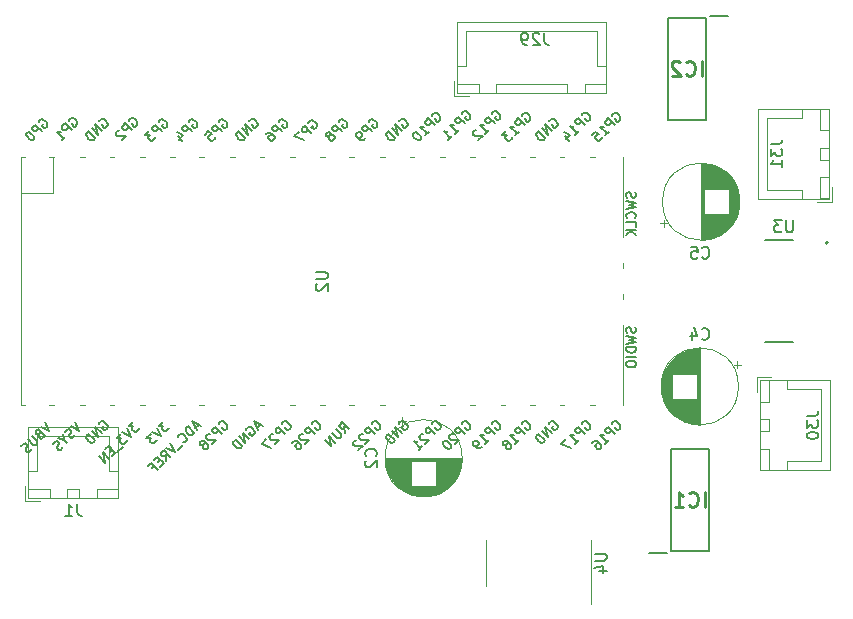
<source format=gbo>
G04 #@! TF.GenerationSoftware,KiCad,Pcbnew,(6.0.0)*
G04 #@! TF.CreationDate,2023-03-30T02:39:52-04:00*
G04 #@! TF.ProjectId,stroboscope_main_0v1,7374726f-626f-4736-936f-70655f6d6169,rev?*
G04 #@! TF.SameCoordinates,Original*
G04 #@! TF.FileFunction,Legend,Bot*
G04 #@! TF.FilePolarity,Positive*
%FSLAX46Y46*%
G04 Gerber Fmt 4.6, Leading zero omitted, Abs format (unit mm)*
G04 Created by KiCad (PCBNEW (6.0.0)) date 2023-03-30 02:39:52*
%MOMM*%
%LPD*%
G01*
G04 APERTURE LIST*
%ADD10C,0.150000*%
%ADD11C,0.254000*%
%ADD12C,0.120000*%
%ADD13C,0.200000*%
%ADD14C,0.127000*%
G04 APERTURE END LIST*
D10*
X130360780Y-112877695D02*
X131170304Y-112877695D01*
X131265542Y-112925314D01*
X131313161Y-112972933D01*
X131360780Y-113068171D01*
X131360780Y-113258647D01*
X131313161Y-113353885D01*
X131265542Y-113401504D01*
X131170304Y-113449123D01*
X130360780Y-113449123D01*
X130694114Y-114353885D02*
X131360780Y-114353885D01*
X130313161Y-114115790D02*
X131027447Y-113877695D01*
X131027447Y-114496742D01*
X139460266Y-87783942D02*
X139507885Y-87831561D01*
X139650742Y-87879180D01*
X139745980Y-87879180D01*
X139888838Y-87831561D01*
X139984076Y-87736323D01*
X140031695Y-87641085D01*
X140079314Y-87450609D01*
X140079314Y-87307752D01*
X140031695Y-87117276D01*
X139984076Y-87022038D01*
X139888838Y-86926800D01*
X139745980Y-86879180D01*
X139650742Y-86879180D01*
X139507885Y-86926800D01*
X139460266Y-86974419D01*
X138555504Y-86879180D02*
X139031695Y-86879180D01*
X139079314Y-87355371D01*
X139031695Y-87307752D01*
X138936457Y-87260133D01*
X138698361Y-87260133D01*
X138603123Y-87307752D01*
X138555504Y-87355371D01*
X138507885Y-87450609D01*
X138507885Y-87688704D01*
X138555504Y-87783942D01*
X138603123Y-87831561D01*
X138698361Y-87879180D01*
X138936457Y-87879180D01*
X139031695Y-87831561D01*
X139079314Y-87783942D01*
X139429466Y-94661542D02*
X139477085Y-94709161D01*
X139619942Y-94756780D01*
X139715180Y-94756780D01*
X139858038Y-94709161D01*
X139953276Y-94613923D01*
X140000895Y-94518685D01*
X140048514Y-94328209D01*
X140048514Y-94185352D01*
X140000895Y-93994876D01*
X139953276Y-93899638D01*
X139858038Y-93804400D01*
X139715180Y-93756780D01*
X139619942Y-93756780D01*
X139477085Y-93804400D01*
X139429466Y-93852019D01*
X138572323Y-94090114D02*
X138572323Y-94756780D01*
X138810419Y-93709161D02*
X139048514Y-94423447D01*
X138429466Y-94423447D01*
D11*
X139415761Y-72405723D02*
X139415761Y-71135723D01*
X138085285Y-72284771D02*
X138145761Y-72345247D01*
X138327190Y-72405723D01*
X138448142Y-72405723D01*
X138629571Y-72345247D01*
X138750523Y-72224295D01*
X138811000Y-72103342D01*
X138871476Y-71861438D01*
X138871476Y-71680009D01*
X138811000Y-71438104D01*
X138750523Y-71317152D01*
X138629571Y-71196200D01*
X138448142Y-71135723D01*
X138327190Y-71135723D01*
X138145761Y-71196200D01*
X138085285Y-71256676D01*
X137601476Y-71256676D02*
X137541000Y-71196200D01*
X137420047Y-71135723D01*
X137117666Y-71135723D01*
X136996714Y-71196200D01*
X136936238Y-71256676D01*
X136875761Y-71377628D01*
X136875761Y-71498580D01*
X136936238Y-71680009D01*
X137661952Y-72405723D01*
X136875761Y-72405723D01*
D10*
X147135304Y-84644580D02*
X147135304Y-85454104D01*
X147087685Y-85549342D01*
X147040066Y-85596961D01*
X146944828Y-85644580D01*
X146754352Y-85644580D01*
X146659114Y-85596961D01*
X146611495Y-85549342D01*
X146563876Y-85454104D01*
X146563876Y-84644580D01*
X146182923Y-84644580D02*
X145563876Y-84644580D01*
X145897209Y-85025533D01*
X145754352Y-85025533D01*
X145659114Y-85073152D01*
X145611495Y-85120771D01*
X145563876Y-85216009D01*
X145563876Y-85454104D01*
X145611495Y-85549342D01*
X145659114Y-85596961D01*
X145754352Y-85644580D01*
X146040066Y-85644580D01*
X146135304Y-85596961D01*
X146182923Y-85549342D01*
X86546333Y-108666380D02*
X86546333Y-109380666D01*
X86593952Y-109523523D01*
X86689190Y-109618761D01*
X86832047Y-109666380D01*
X86927285Y-109666380D01*
X85546333Y-109666380D02*
X86117761Y-109666380D01*
X85832047Y-109666380D02*
X85832047Y-108666380D01*
X85927285Y-108809238D01*
X86022523Y-108904476D01*
X86117761Y-108952095D01*
X111831942Y-104613733D02*
X111879561Y-104566114D01*
X111927180Y-104423257D01*
X111927180Y-104328019D01*
X111879561Y-104185161D01*
X111784323Y-104089923D01*
X111689085Y-104042304D01*
X111498609Y-103994685D01*
X111355752Y-103994685D01*
X111165276Y-104042304D01*
X111070038Y-104089923D01*
X110974800Y-104185161D01*
X110927180Y-104328019D01*
X110927180Y-104423257D01*
X110974800Y-104566114D01*
X111022419Y-104613733D01*
X111022419Y-104994685D02*
X110974800Y-105042304D01*
X110927180Y-105137542D01*
X110927180Y-105375638D01*
X110974800Y-105470876D01*
X111022419Y-105518495D01*
X111117657Y-105566114D01*
X111212895Y-105566114D01*
X111355752Y-105518495D01*
X111927180Y-104947066D01*
X111927180Y-105566114D01*
X126098523Y-68777380D02*
X126098523Y-69491666D01*
X126146142Y-69634523D01*
X126241380Y-69729761D01*
X126384238Y-69777380D01*
X126479476Y-69777380D01*
X125669952Y-68872619D02*
X125622333Y-68825000D01*
X125527095Y-68777380D01*
X125289000Y-68777380D01*
X125193761Y-68825000D01*
X125146142Y-68872619D01*
X125098523Y-68967857D01*
X125098523Y-69063095D01*
X125146142Y-69205952D01*
X125717571Y-69777380D01*
X125098523Y-69777380D01*
X124622333Y-69777380D02*
X124431857Y-69777380D01*
X124336619Y-69729761D01*
X124289000Y-69682142D01*
X124193761Y-69539285D01*
X124146142Y-69348809D01*
X124146142Y-68967857D01*
X124193761Y-68872619D01*
X124241380Y-68825000D01*
X124336619Y-68777380D01*
X124527095Y-68777380D01*
X124622333Y-68825000D01*
X124669952Y-68872619D01*
X124717571Y-68967857D01*
X124717571Y-69205952D01*
X124669952Y-69301190D01*
X124622333Y-69348809D01*
X124527095Y-69396428D01*
X124336619Y-69396428D01*
X124241380Y-69348809D01*
X124193761Y-69301190D01*
X124146142Y-69205952D01*
X148296380Y-101191476D02*
X149010666Y-101191476D01*
X149153523Y-101143857D01*
X149248761Y-101048619D01*
X149296380Y-100905761D01*
X149296380Y-100810523D01*
X148296380Y-101572428D02*
X148296380Y-102191476D01*
X148677333Y-101858142D01*
X148677333Y-102001000D01*
X148724952Y-102096238D01*
X148772571Y-102143857D01*
X148867809Y-102191476D01*
X149105904Y-102191476D01*
X149201142Y-102143857D01*
X149248761Y-102096238D01*
X149296380Y-102001000D01*
X149296380Y-101715285D01*
X149248761Y-101620047D01*
X149201142Y-101572428D01*
X148296380Y-102810523D02*
X148296380Y-102905761D01*
X148344000Y-103001000D01*
X148391619Y-103048619D01*
X148486857Y-103096238D01*
X148677333Y-103143857D01*
X148915428Y-103143857D01*
X149105904Y-103096238D01*
X149201142Y-103048619D01*
X149248761Y-103001000D01*
X149296380Y-102905761D01*
X149296380Y-102810523D01*
X149248761Y-102715285D01*
X149201142Y-102667666D01*
X149105904Y-102620047D01*
X148915428Y-102572428D01*
X148677333Y-102572428D01*
X148486857Y-102620047D01*
X148391619Y-102667666D01*
X148344000Y-102715285D01*
X148296380Y-102810523D01*
X145248380Y-78184476D02*
X145962666Y-78184476D01*
X146105523Y-78136857D01*
X146200761Y-78041619D01*
X146248380Y-77898761D01*
X146248380Y-77803523D01*
X145248380Y-78565428D02*
X145248380Y-79184476D01*
X145629333Y-78851142D01*
X145629333Y-78994000D01*
X145676952Y-79089238D01*
X145724571Y-79136857D01*
X145819809Y-79184476D01*
X146057904Y-79184476D01*
X146153142Y-79136857D01*
X146200761Y-79089238D01*
X146248380Y-78994000D01*
X146248380Y-78708285D01*
X146200761Y-78613047D01*
X146153142Y-78565428D01*
X146248380Y-80136857D02*
X146248380Y-79565428D01*
X146248380Y-79851142D02*
X145248380Y-79851142D01*
X145391238Y-79755904D01*
X145486476Y-79660666D01*
X145534095Y-79565428D01*
D11*
X139669761Y-108905523D02*
X139669761Y-107635523D01*
X138339285Y-108784571D02*
X138399761Y-108845047D01*
X138581190Y-108905523D01*
X138702142Y-108905523D01*
X138883571Y-108845047D01*
X139004523Y-108724095D01*
X139065000Y-108603142D01*
X139125476Y-108361238D01*
X139125476Y-108179809D01*
X139065000Y-107937904D01*
X139004523Y-107816952D01*
X138883571Y-107696000D01*
X138702142Y-107635523D01*
X138581190Y-107635523D01*
X138399761Y-107696000D01*
X138339285Y-107756476D01*
X137129761Y-108905523D02*
X137855476Y-108905523D01*
X137492619Y-108905523D02*
X137492619Y-107635523D01*
X137613571Y-107816952D01*
X137734523Y-107937904D01*
X137855476Y-107998380D01*
D10*
X106743380Y-89027095D02*
X107552904Y-89027095D01*
X107648142Y-89074714D01*
X107695761Y-89122333D01*
X107743380Y-89217571D01*
X107743380Y-89408047D01*
X107695761Y-89503285D01*
X107648142Y-89550904D01*
X107552904Y-89598523D01*
X106743380Y-89598523D01*
X106838619Y-90027095D02*
X106791000Y-90074714D01*
X106743380Y-90169952D01*
X106743380Y-90408047D01*
X106791000Y-90503285D01*
X106838619Y-90550904D01*
X106933857Y-90598523D01*
X107029095Y-90598523D01*
X107171952Y-90550904D01*
X107743380Y-89979476D01*
X107743380Y-90598523D01*
X119111592Y-75632722D02*
X119138529Y-75551910D01*
X119219341Y-75471097D01*
X119327091Y-75417223D01*
X119434841Y-75417223D01*
X119515653Y-75444160D01*
X119650340Y-75524972D01*
X119731152Y-75605784D01*
X119811964Y-75740471D01*
X119838902Y-75821284D01*
X119838902Y-75929033D01*
X119785027Y-76036783D01*
X119731152Y-76090658D01*
X119623402Y-76144532D01*
X119569528Y-76144532D01*
X119380966Y-75955971D01*
X119488715Y-75848221D01*
X119380966Y-76440844D02*
X118815280Y-75875158D01*
X118599781Y-76090658D01*
X118572844Y-76171470D01*
X118572844Y-76225345D01*
X118599781Y-76306157D01*
X118680593Y-76386969D01*
X118761406Y-76413906D01*
X118815280Y-76413906D01*
X118896093Y-76386969D01*
X119111592Y-76171470D01*
X118518969Y-77302841D02*
X118842218Y-76979592D01*
X118680593Y-77141216D02*
X118114908Y-76575531D01*
X118249595Y-76602468D01*
X118357345Y-76602468D01*
X118438157Y-76575531D01*
X117980221Y-77841589D02*
X118303470Y-77518340D01*
X118141845Y-77679964D02*
X117576160Y-77114279D01*
X117710847Y-77141216D01*
X117818597Y-77141216D01*
X117899409Y-77114279D01*
X102031964Y-101940597D02*
X101762590Y-102209971D01*
X102247463Y-102048346D02*
X101493216Y-101671223D01*
X101870340Y-102425470D01*
X100846719Y-102371595D02*
X100873656Y-102290783D01*
X100954468Y-102209971D01*
X101062218Y-102156096D01*
X101169967Y-102156096D01*
X101250780Y-102183033D01*
X101385467Y-102263845D01*
X101466279Y-102344658D01*
X101547091Y-102479345D01*
X101574028Y-102560157D01*
X101574028Y-102667906D01*
X101520154Y-102775656D01*
X101466279Y-102829531D01*
X101358529Y-102883406D01*
X101304654Y-102883406D01*
X101116093Y-102694844D01*
X101223842Y-102587094D01*
X101116093Y-103179717D02*
X100550407Y-102614032D01*
X100792844Y-103502966D01*
X100227158Y-102937280D01*
X100523470Y-103772340D02*
X99957784Y-103206654D01*
X99823097Y-103341341D01*
X99769223Y-103449091D01*
X99769223Y-103556841D01*
X99796160Y-103637653D01*
X99876972Y-103772340D01*
X99957784Y-103853152D01*
X100092471Y-103933964D01*
X100173284Y-103960902D01*
X100281033Y-103960902D01*
X100388783Y-103907027D01*
X100523470Y-103772340D01*
X126489155Y-101875158D02*
X126516093Y-101794346D01*
X126596905Y-101713534D01*
X126704654Y-101659659D01*
X126812404Y-101659659D01*
X126893216Y-101686597D01*
X127027903Y-101767409D01*
X127108715Y-101848221D01*
X127189528Y-101982908D01*
X127216465Y-102063720D01*
X127216465Y-102171470D01*
X127162590Y-102279219D01*
X127108715Y-102333094D01*
X127000966Y-102386969D01*
X126947091Y-102386969D01*
X126758529Y-102198407D01*
X126866279Y-102090658D01*
X126758529Y-102683280D02*
X126192844Y-102117595D01*
X126435280Y-103006529D01*
X125869595Y-102440844D01*
X126165906Y-103275903D02*
X125600221Y-102710218D01*
X125465534Y-102844905D01*
X125411659Y-102952654D01*
X125411659Y-103060404D01*
X125438597Y-103141216D01*
X125519409Y-103275903D01*
X125600221Y-103356715D01*
X125734908Y-103437528D01*
X125815720Y-103464465D01*
X125923470Y-103464465D01*
X126031219Y-103410590D01*
X126165906Y-103275903D01*
X83818309Y-101742129D02*
X84195433Y-102496377D01*
X83441186Y-102119253D01*
X83333436Y-102765751D02*
X83279561Y-102873500D01*
X83279561Y-102927375D01*
X83306499Y-103008187D01*
X83387311Y-103089000D01*
X83468123Y-103115937D01*
X83521998Y-103115937D01*
X83602810Y-103089000D01*
X83818309Y-102873500D01*
X83252624Y-102307815D01*
X83064062Y-102496377D01*
X83037125Y-102577189D01*
X83037125Y-102631064D01*
X83064062Y-102711876D01*
X83117937Y-102765751D01*
X83198749Y-102792688D01*
X83252624Y-102792688D01*
X83333436Y-102765751D01*
X83521998Y-102577189D01*
X82686938Y-102873500D02*
X83144874Y-103331436D01*
X83171812Y-103412248D01*
X83171812Y-103466123D01*
X83144874Y-103546935D01*
X83037125Y-103654685D01*
X82956312Y-103681622D01*
X82902438Y-103681622D01*
X82821625Y-103654685D01*
X82363690Y-103196749D01*
X82660001Y-103977934D02*
X82606126Y-104085683D01*
X82471439Y-104220370D01*
X82390627Y-104247308D01*
X82336752Y-104247308D01*
X82255940Y-104220370D01*
X82202065Y-104166496D01*
X82175128Y-104085683D01*
X82175128Y-104031809D01*
X82202065Y-103950996D01*
X82282877Y-103816309D01*
X82309815Y-103735497D01*
X82309815Y-103681622D01*
X82282877Y-103600810D01*
X82229003Y-103546935D01*
X82148190Y-103519998D01*
X82094316Y-103519998D01*
X82013503Y-103546935D01*
X81878816Y-103681622D01*
X81824942Y-103789372D01*
X88389155Y-101875158D02*
X88416093Y-101794346D01*
X88496905Y-101713534D01*
X88604654Y-101659659D01*
X88712404Y-101659659D01*
X88793216Y-101686597D01*
X88927903Y-101767409D01*
X89008715Y-101848221D01*
X89089528Y-101982908D01*
X89116465Y-102063720D01*
X89116465Y-102171470D01*
X89062590Y-102279219D01*
X89008715Y-102333094D01*
X88900966Y-102386969D01*
X88847091Y-102386969D01*
X88658529Y-102198407D01*
X88766279Y-102090658D01*
X88658529Y-102683280D02*
X88092844Y-102117595D01*
X88335280Y-103006529D01*
X87769595Y-102440844D01*
X88065906Y-103275903D02*
X87500221Y-102710218D01*
X87365534Y-102844905D01*
X87311659Y-102952654D01*
X87311659Y-103060404D01*
X87338597Y-103141216D01*
X87419409Y-103275903D01*
X87500221Y-103356715D01*
X87634908Y-103437528D01*
X87715720Y-103464465D01*
X87823470Y-103464465D01*
X87931219Y-103410590D01*
X88065906Y-103275903D01*
X124191592Y-75778722D02*
X124218529Y-75697910D01*
X124299341Y-75617097D01*
X124407091Y-75563223D01*
X124514841Y-75563223D01*
X124595653Y-75590160D01*
X124730340Y-75670972D01*
X124811152Y-75751784D01*
X124891964Y-75886471D01*
X124918902Y-75967284D01*
X124918902Y-76075033D01*
X124865027Y-76182783D01*
X124811152Y-76236658D01*
X124703402Y-76290532D01*
X124649528Y-76290532D01*
X124460966Y-76101971D01*
X124568715Y-75994221D01*
X124460966Y-76586844D02*
X123895280Y-76021158D01*
X123679781Y-76236658D01*
X123652844Y-76317470D01*
X123652844Y-76371345D01*
X123679781Y-76452157D01*
X123760593Y-76532969D01*
X123841406Y-76559906D01*
X123895280Y-76559906D01*
X123976093Y-76532969D01*
X124191592Y-76317470D01*
X123598969Y-77448841D02*
X123922218Y-77125592D01*
X123760593Y-77287216D02*
X123194908Y-76721531D01*
X123329595Y-76748468D01*
X123437345Y-76748468D01*
X123518157Y-76721531D01*
X122844722Y-77071717D02*
X122494536Y-77421903D01*
X122898597Y-77448841D01*
X122817784Y-77529653D01*
X122790847Y-77610465D01*
X122790847Y-77664340D01*
X122817784Y-77745152D01*
X122952471Y-77879839D01*
X123033284Y-77906776D01*
X123087158Y-77906776D01*
X123167971Y-77879839D01*
X123329595Y-77718215D01*
X123356532Y-77637402D01*
X123356532Y-77583528D01*
X96824773Y-101943788D02*
X96555399Y-102213162D01*
X97040272Y-102051537D02*
X96286025Y-101674414D01*
X96663149Y-102428661D01*
X96474587Y-102617223D02*
X95908902Y-102051537D01*
X95774215Y-102186224D01*
X95720340Y-102293974D01*
X95720340Y-102401723D01*
X95747277Y-102482536D01*
X95828089Y-102617223D01*
X95908902Y-102698035D01*
X96043589Y-102778847D01*
X96124401Y-102805784D01*
X96232150Y-102805784D01*
X96339900Y-102751910D01*
X96474587Y-102617223D01*
X95531778Y-103452282D02*
X95585653Y-103452282D01*
X95693402Y-103398407D01*
X95747277Y-103344532D01*
X95801152Y-103236783D01*
X95801152Y-103129033D01*
X95774215Y-103048221D01*
X95693402Y-102913534D01*
X95612590Y-102832722D01*
X95477903Y-102751910D01*
X95397091Y-102724972D01*
X95289341Y-102724972D01*
X95181592Y-102778847D01*
X95127717Y-102832722D01*
X95073842Y-102940471D01*
X95073842Y-102994346D01*
X95531778Y-103667781D02*
X95100780Y-104098780D01*
X94427345Y-103533094D02*
X94804468Y-104287341D01*
X94050221Y-103910218D01*
X94104096Y-104987714D02*
X94023284Y-104529778D01*
X94427345Y-104664465D02*
X93861659Y-104098780D01*
X93646160Y-104314279D01*
X93619223Y-104395091D01*
X93619223Y-104448966D01*
X93646160Y-104529778D01*
X93726972Y-104610590D01*
X93807784Y-104637528D01*
X93861659Y-104637528D01*
X93942471Y-104610590D01*
X94157971Y-104395091D01*
X93565348Y-104933839D02*
X93376786Y-105122401D01*
X93592285Y-105499524D02*
X93861659Y-105230150D01*
X93295974Y-104664465D01*
X93026600Y-104933839D01*
X92864975Y-105634211D02*
X93053537Y-105445650D01*
X93349849Y-105741961D02*
X92784163Y-105176276D01*
X92514789Y-105445650D01*
X95982218Y-76302096D02*
X96009155Y-76221284D01*
X96089967Y-76140471D01*
X96197717Y-76086597D01*
X96305467Y-76086597D01*
X96386279Y-76113534D01*
X96520966Y-76194346D01*
X96601778Y-76275158D01*
X96682590Y-76409845D01*
X96709528Y-76490658D01*
X96709528Y-76598407D01*
X96655653Y-76706157D01*
X96601778Y-76760032D01*
X96494028Y-76813906D01*
X96440154Y-76813906D01*
X96251592Y-76625345D01*
X96359341Y-76517595D01*
X96251592Y-77110218D02*
X95685906Y-76544532D01*
X95470407Y-76760032D01*
X95443470Y-76840844D01*
X95443470Y-76894719D01*
X95470407Y-76975531D01*
X95551219Y-77056343D01*
X95632032Y-77083280D01*
X95685906Y-77083280D01*
X95766719Y-77056343D01*
X95982218Y-76840844D01*
X95066346Y-77541216D02*
X95443470Y-77918340D01*
X94985534Y-77191030D02*
X95524282Y-77460404D01*
X95174096Y-77810590D01*
X106112218Y-76402096D02*
X106139155Y-76321284D01*
X106219967Y-76240471D01*
X106327717Y-76186597D01*
X106435467Y-76186597D01*
X106516279Y-76213534D01*
X106650966Y-76294346D01*
X106731778Y-76375158D01*
X106812590Y-76509845D01*
X106839528Y-76590658D01*
X106839528Y-76698407D01*
X106785653Y-76806157D01*
X106731778Y-76860032D01*
X106624028Y-76913906D01*
X106570154Y-76913906D01*
X106381592Y-76725345D01*
X106489341Y-76617595D01*
X106381592Y-77210218D02*
X105815906Y-76644532D01*
X105600407Y-76860032D01*
X105573470Y-76940844D01*
X105573470Y-76994719D01*
X105600407Y-77075531D01*
X105681219Y-77156343D01*
X105762032Y-77183280D01*
X105815906Y-77183280D01*
X105896719Y-77156343D01*
X106112218Y-76940844D01*
X105304096Y-77156343D02*
X104926972Y-77533467D01*
X105735094Y-77856715D01*
X131811592Y-75778722D02*
X131838529Y-75697910D01*
X131919341Y-75617097D01*
X132027091Y-75563223D01*
X132134841Y-75563223D01*
X132215653Y-75590160D01*
X132350340Y-75670972D01*
X132431152Y-75751784D01*
X132511964Y-75886471D01*
X132538902Y-75967284D01*
X132538902Y-76075033D01*
X132485027Y-76182783D01*
X132431152Y-76236658D01*
X132323402Y-76290532D01*
X132269528Y-76290532D01*
X132080966Y-76101971D01*
X132188715Y-75994221D01*
X132080966Y-76586844D02*
X131515280Y-76021158D01*
X131299781Y-76236658D01*
X131272844Y-76317470D01*
X131272844Y-76371345D01*
X131299781Y-76452157D01*
X131380593Y-76532969D01*
X131461406Y-76559906D01*
X131515280Y-76559906D01*
X131596093Y-76532969D01*
X131811592Y-76317470D01*
X131218969Y-77448841D02*
X131542218Y-77125592D01*
X131380593Y-77287216D02*
X130814908Y-76721531D01*
X130949595Y-76748468D01*
X131057345Y-76748468D01*
X131138157Y-76721531D01*
X130141473Y-77394966D02*
X130410847Y-77125592D01*
X130707158Y-77368028D01*
X130653284Y-77368028D01*
X130572471Y-77394966D01*
X130437784Y-77529653D01*
X130410847Y-77610465D01*
X130410847Y-77664340D01*
X130437784Y-77745152D01*
X130572471Y-77879839D01*
X130653284Y-77906776D01*
X130707158Y-77906776D01*
X130787971Y-77879839D01*
X130922658Y-77745152D01*
X130949595Y-77664340D01*
X130949595Y-77610465D01*
X129271592Y-101886722D02*
X129298529Y-101805910D01*
X129379341Y-101725097D01*
X129487091Y-101671223D01*
X129594841Y-101671223D01*
X129675653Y-101698160D01*
X129810340Y-101778972D01*
X129891152Y-101859784D01*
X129971964Y-101994471D01*
X129998902Y-102075284D01*
X129998902Y-102183033D01*
X129945027Y-102290783D01*
X129891152Y-102344658D01*
X129783402Y-102398532D01*
X129729528Y-102398532D01*
X129540966Y-102209971D01*
X129648715Y-102102221D01*
X129540966Y-102694844D02*
X128975280Y-102129158D01*
X128759781Y-102344658D01*
X128732844Y-102425470D01*
X128732844Y-102479345D01*
X128759781Y-102560157D01*
X128840593Y-102640969D01*
X128921406Y-102667906D01*
X128975280Y-102667906D01*
X129056093Y-102640969D01*
X129271592Y-102425470D01*
X128678969Y-103556841D02*
X129002218Y-103233592D01*
X128840593Y-103395216D02*
X128274908Y-102829531D01*
X128409595Y-102856468D01*
X128517345Y-102856468D01*
X128598157Y-102829531D01*
X127924722Y-103179717D02*
X127547598Y-103556841D01*
X128355720Y-103880089D01*
X106411592Y-101886722D02*
X106438529Y-101805910D01*
X106519341Y-101725097D01*
X106627091Y-101671223D01*
X106734841Y-101671223D01*
X106815653Y-101698160D01*
X106950340Y-101778972D01*
X107031152Y-101859784D01*
X107111964Y-101994471D01*
X107138902Y-102075284D01*
X107138902Y-102183033D01*
X107085027Y-102290783D01*
X107031152Y-102344658D01*
X106923402Y-102398532D01*
X106869528Y-102398532D01*
X106680966Y-102209971D01*
X106788715Y-102102221D01*
X106680966Y-102694844D02*
X106115280Y-102129158D01*
X105899781Y-102344658D01*
X105872844Y-102425470D01*
X105872844Y-102479345D01*
X105899781Y-102560157D01*
X105980593Y-102640969D01*
X106061406Y-102667906D01*
X106115280Y-102667906D01*
X106196093Y-102640969D01*
X106411592Y-102425470D01*
X105630407Y-102721781D02*
X105576532Y-102721781D01*
X105495720Y-102748719D01*
X105361033Y-102883406D01*
X105334096Y-102964218D01*
X105334096Y-103018093D01*
X105361033Y-103098905D01*
X105414908Y-103152780D01*
X105522658Y-103206654D01*
X106169155Y-103206654D01*
X105818969Y-103556841D01*
X104768410Y-103476028D02*
X104876160Y-103368279D01*
X104956972Y-103341341D01*
X105010847Y-103341341D01*
X105145534Y-103368279D01*
X105280221Y-103449091D01*
X105495720Y-103664590D01*
X105522658Y-103745402D01*
X105522658Y-103799277D01*
X105495720Y-103880089D01*
X105387971Y-103987839D01*
X105307158Y-104014776D01*
X105253284Y-104014776D01*
X105172471Y-103987839D01*
X105037784Y-103853152D01*
X105010847Y-103772340D01*
X105010847Y-103718465D01*
X105037784Y-103637653D01*
X105145534Y-103529903D01*
X105226346Y-103502966D01*
X105280221Y-103502966D01*
X105361033Y-103529903D01*
X133814809Y-82279476D02*
X133852904Y-82393761D01*
X133852904Y-82584238D01*
X133814809Y-82660428D01*
X133776714Y-82698523D01*
X133700523Y-82736619D01*
X133624333Y-82736619D01*
X133548142Y-82698523D01*
X133510047Y-82660428D01*
X133471952Y-82584238D01*
X133433857Y-82431857D01*
X133395761Y-82355666D01*
X133357666Y-82317571D01*
X133281476Y-82279476D01*
X133205285Y-82279476D01*
X133129095Y-82317571D01*
X133091000Y-82355666D01*
X133052904Y-82431857D01*
X133052904Y-82622333D01*
X133091000Y-82736619D01*
X133052904Y-83003285D02*
X133852904Y-83193761D01*
X133281476Y-83346142D01*
X133852904Y-83498523D01*
X133052904Y-83689000D01*
X133776714Y-84450904D02*
X133814809Y-84412809D01*
X133852904Y-84298523D01*
X133852904Y-84222333D01*
X133814809Y-84108047D01*
X133738619Y-84031857D01*
X133662428Y-83993761D01*
X133510047Y-83955666D01*
X133395761Y-83955666D01*
X133243380Y-83993761D01*
X133167190Y-84031857D01*
X133091000Y-84108047D01*
X133052904Y-84222333D01*
X133052904Y-84298523D01*
X133091000Y-84412809D01*
X133129095Y-84450904D01*
X133852904Y-85174714D02*
X133852904Y-84793761D01*
X133052904Y-84793761D01*
X133852904Y-85441380D02*
X133052904Y-85441380D01*
X133852904Y-85898523D02*
X133395761Y-85555666D01*
X133052904Y-85898523D02*
X133510047Y-85441380D01*
X91249308Y-101711131D02*
X90899122Y-102061317D01*
X91303183Y-102088255D01*
X91222370Y-102169067D01*
X91195433Y-102249879D01*
X91195433Y-102303754D01*
X91222370Y-102384566D01*
X91357057Y-102519253D01*
X91437870Y-102546190D01*
X91491744Y-102546190D01*
X91572557Y-102519253D01*
X91734181Y-102357629D01*
X91761118Y-102276816D01*
X91761118Y-102222942D01*
X90737497Y-102222942D02*
X91114621Y-102977189D01*
X90360374Y-102600065D01*
X90225687Y-102734752D02*
X89875500Y-103084938D01*
X90279561Y-103111876D01*
X90198749Y-103192688D01*
X90171812Y-103273500D01*
X90171812Y-103327375D01*
X90198749Y-103408187D01*
X90333436Y-103542874D01*
X90414248Y-103569812D01*
X90468123Y-103569812D01*
X90548935Y-103542874D01*
X90710560Y-103381250D01*
X90737497Y-103300438D01*
X90737497Y-103246563D01*
X90387311Y-103812248D02*
X89956312Y-104243247D01*
X89471439Y-104027748D02*
X89282877Y-104216309D01*
X89498377Y-104593433D02*
X89767751Y-104324059D01*
X89202065Y-103758374D01*
X88932691Y-104027748D01*
X89255940Y-104835870D02*
X88690255Y-104270184D01*
X88932691Y-105159118D01*
X88367006Y-104593433D01*
X93781592Y-101678847D02*
X93431406Y-102029033D01*
X93835467Y-102055971D01*
X93754654Y-102136783D01*
X93727717Y-102217595D01*
X93727717Y-102271470D01*
X93754654Y-102352282D01*
X93889341Y-102486969D01*
X93970154Y-102513906D01*
X94024028Y-102513906D01*
X94104841Y-102486969D01*
X94266465Y-102325345D01*
X94293402Y-102244532D01*
X94293402Y-102190658D01*
X93269781Y-102190658D02*
X93646905Y-102944905D01*
X92892658Y-102567781D01*
X92757971Y-102702468D02*
X92407784Y-103052654D01*
X92811845Y-103079592D01*
X92731033Y-103160404D01*
X92704096Y-103241216D01*
X92704096Y-103295091D01*
X92731033Y-103375903D01*
X92865720Y-103510590D01*
X92946532Y-103537528D01*
X93000407Y-103537528D01*
X93081219Y-103510590D01*
X93242844Y-103348966D01*
X93269781Y-103268154D01*
X93269781Y-103214279D01*
X108682218Y-76302096D02*
X108709155Y-76221284D01*
X108789967Y-76140471D01*
X108897717Y-76086597D01*
X109005467Y-76086597D01*
X109086279Y-76113534D01*
X109220966Y-76194346D01*
X109301778Y-76275158D01*
X109382590Y-76409845D01*
X109409528Y-76490658D01*
X109409528Y-76598407D01*
X109355653Y-76706157D01*
X109301778Y-76760032D01*
X109194028Y-76813906D01*
X109140154Y-76813906D01*
X108951592Y-76625345D01*
X109059341Y-76517595D01*
X108951592Y-77110218D02*
X108385906Y-76544532D01*
X108170407Y-76760032D01*
X108143470Y-76840844D01*
X108143470Y-76894719D01*
X108170407Y-76975531D01*
X108251219Y-77056343D01*
X108332032Y-77083280D01*
X108385906Y-77083280D01*
X108466719Y-77056343D01*
X108682218Y-76840844D01*
X107981845Y-77433467D02*
X108008783Y-77352654D01*
X108008783Y-77298780D01*
X107981845Y-77217967D01*
X107954908Y-77191030D01*
X107874096Y-77164093D01*
X107820221Y-77164093D01*
X107739409Y-77191030D01*
X107631659Y-77298780D01*
X107604722Y-77379592D01*
X107604722Y-77433467D01*
X107631659Y-77514279D01*
X107658597Y-77541216D01*
X107739409Y-77568154D01*
X107793284Y-77568154D01*
X107874096Y-77541216D01*
X107981845Y-77433467D01*
X108062658Y-77406529D01*
X108116532Y-77406529D01*
X108197345Y-77433467D01*
X108305094Y-77541216D01*
X108332032Y-77622028D01*
X108332032Y-77675903D01*
X108305094Y-77756715D01*
X108197345Y-77864465D01*
X108116532Y-77891402D01*
X108062658Y-77891402D01*
X107981845Y-77864465D01*
X107874096Y-77756715D01*
X107847158Y-77675903D01*
X107847158Y-77622028D01*
X107874096Y-77541216D01*
X131811592Y-101886722D02*
X131838529Y-101805910D01*
X131919341Y-101725097D01*
X132027091Y-101671223D01*
X132134841Y-101671223D01*
X132215653Y-101698160D01*
X132350340Y-101778972D01*
X132431152Y-101859784D01*
X132511964Y-101994471D01*
X132538902Y-102075284D01*
X132538902Y-102183033D01*
X132485027Y-102290783D01*
X132431152Y-102344658D01*
X132323402Y-102398532D01*
X132269528Y-102398532D01*
X132080966Y-102209971D01*
X132188715Y-102102221D01*
X132080966Y-102694844D02*
X131515280Y-102129158D01*
X131299781Y-102344658D01*
X131272844Y-102425470D01*
X131272844Y-102479345D01*
X131299781Y-102560157D01*
X131380593Y-102640969D01*
X131461406Y-102667906D01*
X131515280Y-102667906D01*
X131596093Y-102640969D01*
X131811592Y-102425470D01*
X131218969Y-103556841D02*
X131542218Y-103233592D01*
X131380593Y-103395216D02*
X130814908Y-102829531D01*
X130949595Y-102856468D01*
X131057345Y-102856468D01*
X131138157Y-102829531D01*
X130168410Y-103476028D02*
X130276160Y-103368279D01*
X130356972Y-103341341D01*
X130410847Y-103341341D01*
X130545534Y-103368279D01*
X130680221Y-103449091D01*
X130895720Y-103664590D01*
X130922658Y-103745402D01*
X130922658Y-103799277D01*
X130895720Y-103880089D01*
X130787971Y-103987839D01*
X130707158Y-104014776D01*
X130653284Y-104014776D01*
X130572471Y-103987839D01*
X130437784Y-103853152D01*
X130410847Y-103772340D01*
X130410847Y-103718465D01*
X130437784Y-103637653D01*
X130545534Y-103529903D01*
X130626346Y-103502966D01*
X130680221Y-103502966D01*
X130761033Y-103529903D01*
X113789155Y-101875158D02*
X113816093Y-101794346D01*
X113896905Y-101713534D01*
X114004654Y-101659659D01*
X114112404Y-101659659D01*
X114193216Y-101686597D01*
X114327903Y-101767409D01*
X114408715Y-101848221D01*
X114489528Y-101982908D01*
X114516465Y-102063720D01*
X114516465Y-102171470D01*
X114462590Y-102279219D01*
X114408715Y-102333094D01*
X114300966Y-102386969D01*
X114247091Y-102386969D01*
X114058529Y-102198407D01*
X114166279Y-102090658D01*
X114058529Y-102683280D02*
X113492844Y-102117595D01*
X113735280Y-103006529D01*
X113169595Y-102440844D01*
X113465906Y-103275903D02*
X112900221Y-102710218D01*
X112765534Y-102844905D01*
X112711659Y-102952654D01*
X112711659Y-103060404D01*
X112738597Y-103141216D01*
X112819409Y-103275903D01*
X112900221Y-103356715D01*
X113034908Y-103437528D01*
X113115720Y-103464465D01*
X113223470Y-103464465D01*
X113331219Y-103410590D01*
X113465906Y-103275903D01*
X101089155Y-76275158D02*
X101116093Y-76194346D01*
X101196905Y-76113534D01*
X101304654Y-76059659D01*
X101412404Y-76059659D01*
X101493216Y-76086597D01*
X101627903Y-76167409D01*
X101708715Y-76248221D01*
X101789528Y-76382908D01*
X101816465Y-76463720D01*
X101816465Y-76571470D01*
X101762590Y-76679219D01*
X101708715Y-76733094D01*
X101600966Y-76786969D01*
X101547091Y-76786969D01*
X101358529Y-76598407D01*
X101466279Y-76490658D01*
X101358529Y-77083280D02*
X100792844Y-76517595D01*
X101035280Y-77406529D01*
X100469595Y-76840844D01*
X100765906Y-77675903D02*
X100200221Y-77110218D01*
X100065534Y-77244905D01*
X100011659Y-77352654D01*
X100011659Y-77460404D01*
X100038597Y-77541216D01*
X100119409Y-77675903D01*
X100200221Y-77756715D01*
X100334908Y-77837528D01*
X100415720Y-77864465D01*
X100523470Y-77864465D01*
X100631219Y-77810590D01*
X100765906Y-77675903D01*
X98537592Y-101886722D02*
X98564529Y-101805910D01*
X98645341Y-101725097D01*
X98753091Y-101671223D01*
X98860841Y-101671223D01*
X98941653Y-101698160D01*
X99076340Y-101778972D01*
X99157152Y-101859784D01*
X99237964Y-101994471D01*
X99264902Y-102075284D01*
X99264902Y-102183033D01*
X99211027Y-102290783D01*
X99157152Y-102344658D01*
X99049402Y-102398532D01*
X98995528Y-102398532D01*
X98806966Y-102209971D01*
X98914715Y-102102221D01*
X98806966Y-102694844D02*
X98241280Y-102129158D01*
X98025781Y-102344658D01*
X97998844Y-102425470D01*
X97998844Y-102479345D01*
X98025781Y-102560157D01*
X98106593Y-102640969D01*
X98187406Y-102667906D01*
X98241280Y-102667906D01*
X98322093Y-102640969D01*
X98537592Y-102425470D01*
X97756407Y-102721781D02*
X97702532Y-102721781D01*
X97621720Y-102748719D01*
X97487033Y-102883406D01*
X97460096Y-102964218D01*
X97460096Y-103018093D01*
X97487033Y-103098905D01*
X97540908Y-103152780D01*
X97648658Y-103206654D01*
X98295155Y-103206654D01*
X97944969Y-103556841D01*
X97298471Y-103556841D02*
X97325409Y-103476028D01*
X97325409Y-103422154D01*
X97298471Y-103341341D01*
X97271534Y-103314404D01*
X97190722Y-103287467D01*
X97136847Y-103287467D01*
X97056035Y-103314404D01*
X96948285Y-103422154D01*
X96921348Y-103502966D01*
X96921348Y-103556841D01*
X96948285Y-103637653D01*
X96975223Y-103664590D01*
X97056035Y-103691528D01*
X97109910Y-103691528D01*
X97190722Y-103664590D01*
X97298471Y-103556841D01*
X97379284Y-103529903D01*
X97433158Y-103529903D01*
X97513971Y-103556841D01*
X97621720Y-103664590D01*
X97648658Y-103745402D01*
X97648658Y-103799277D01*
X97621720Y-103880089D01*
X97513971Y-103987839D01*
X97433158Y-104014776D01*
X97379284Y-104014776D01*
X97298471Y-103987839D01*
X97190722Y-103880089D01*
X97163784Y-103799277D01*
X97163784Y-103745402D01*
X97190722Y-103664590D01*
X111222218Y-76302096D02*
X111249155Y-76221284D01*
X111329967Y-76140471D01*
X111437717Y-76086597D01*
X111545467Y-76086597D01*
X111626279Y-76113534D01*
X111760966Y-76194346D01*
X111841778Y-76275158D01*
X111922590Y-76409845D01*
X111949528Y-76490658D01*
X111949528Y-76598407D01*
X111895653Y-76706157D01*
X111841778Y-76760032D01*
X111734028Y-76813906D01*
X111680154Y-76813906D01*
X111491592Y-76625345D01*
X111599341Y-76517595D01*
X111491592Y-77110218D02*
X110925906Y-76544532D01*
X110710407Y-76760032D01*
X110683470Y-76840844D01*
X110683470Y-76894719D01*
X110710407Y-76975531D01*
X110791219Y-77056343D01*
X110872032Y-77083280D01*
X110925906Y-77083280D01*
X111006719Y-77056343D01*
X111222218Y-76840844D01*
X110898969Y-77702841D02*
X110791219Y-77810590D01*
X110710407Y-77837528D01*
X110656532Y-77837528D01*
X110521845Y-77810590D01*
X110387158Y-77729778D01*
X110171659Y-77514279D01*
X110144722Y-77433467D01*
X110144722Y-77379592D01*
X110171659Y-77298780D01*
X110279409Y-77191030D01*
X110360221Y-77164093D01*
X110414096Y-77164093D01*
X110494908Y-77191030D01*
X110629595Y-77325717D01*
X110656532Y-77406529D01*
X110656532Y-77460404D01*
X110629595Y-77541216D01*
X110521845Y-77648966D01*
X110441033Y-77675903D01*
X110387158Y-77675903D01*
X110306346Y-77648966D01*
X133814809Y-93693761D02*
X133852904Y-93808047D01*
X133852904Y-93998523D01*
X133814809Y-94074714D01*
X133776714Y-94112809D01*
X133700523Y-94150904D01*
X133624333Y-94150904D01*
X133548142Y-94112809D01*
X133510047Y-94074714D01*
X133471952Y-93998523D01*
X133433857Y-93846142D01*
X133395761Y-93769952D01*
X133357666Y-93731857D01*
X133281476Y-93693761D01*
X133205285Y-93693761D01*
X133129095Y-93731857D01*
X133091000Y-93769952D01*
X133052904Y-93846142D01*
X133052904Y-94036619D01*
X133091000Y-94150904D01*
X133052904Y-94417571D02*
X133852904Y-94608047D01*
X133281476Y-94760428D01*
X133852904Y-94912809D01*
X133052904Y-95103285D01*
X133852904Y-95408047D02*
X133052904Y-95408047D01*
X133052904Y-95598523D01*
X133091000Y-95712809D01*
X133167190Y-95789000D01*
X133243380Y-95827095D01*
X133395761Y-95865190D01*
X133510047Y-95865190D01*
X133662428Y-95827095D01*
X133738619Y-95789000D01*
X133814809Y-95712809D01*
X133852904Y-95598523D01*
X133852904Y-95408047D01*
X133852904Y-96208047D02*
X133052904Y-96208047D01*
X133052904Y-96741380D02*
X133052904Y-96893761D01*
X133091000Y-96969952D01*
X133167190Y-97046142D01*
X133319571Y-97084238D01*
X133586238Y-97084238D01*
X133738619Y-97046142D01*
X133814809Y-96969952D01*
X133852904Y-96893761D01*
X133852904Y-96741380D01*
X133814809Y-96665190D01*
X133738619Y-96589000D01*
X133586238Y-96550904D01*
X133319571Y-96550904D01*
X133167190Y-96589000D01*
X133091000Y-96665190D01*
X133052904Y-96741380D01*
X98522218Y-76302096D02*
X98549155Y-76221284D01*
X98629967Y-76140471D01*
X98737717Y-76086597D01*
X98845467Y-76086597D01*
X98926279Y-76113534D01*
X99060966Y-76194346D01*
X99141778Y-76275158D01*
X99222590Y-76409845D01*
X99249528Y-76490658D01*
X99249528Y-76598407D01*
X99195653Y-76706157D01*
X99141778Y-76760032D01*
X99034028Y-76813906D01*
X98980154Y-76813906D01*
X98791592Y-76625345D01*
X98899341Y-76517595D01*
X98791592Y-77110218D02*
X98225906Y-76544532D01*
X98010407Y-76760032D01*
X97983470Y-76840844D01*
X97983470Y-76894719D01*
X98010407Y-76975531D01*
X98091219Y-77056343D01*
X98172032Y-77083280D01*
X98225906Y-77083280D01*
X98306719Y-77056343D01*
X98522218Y-76840844D01*
X97390847Y-77379592D02*
X97660221Y-77110218D01*
X97956532Y-77352654D01*
X97902658Y-77352654D01*
X97821845Y-77379592D01*
X97687158Y-77514279D01*
X97660221Y-77595091D01*
X97660221Y-77648966D01*
X97687158Y-77729778D01*
X97821845Y-77864465D01*
X97902658Y-77891402D01*
X97956532Y-77891402D01*
X98037345Y-77864465D01*
X98172032Y-77729778D01*
X98198969Y-77648966D01*
X98198969Y-77595091D01*
X83282218Y-76302096D02*
X83309155Y-76221284D01*
X83389967Y-76140471D01*
X83497717Y-76086597D01*
X83605467Y-76086597D01*
X83686279Y-76113534D01*
X83820966Y-76194346D01*
X83901778Y-76275158D01*
X83982590Y-76409845D01*
X84009528Y-76490658D01*
X84009528Y-76598407D01*
X83955653Y-76706157D01*
X83901778Y-76760032D01*
X83794028Y-76813906D01*
X83740154Y-76813906D01*
X83551592Y-76625345D01*
X83659341Y-76517595D01*
X83551592Y-77110218D02*
X82985906Y-76544532D01*
X82770407Y-76760032D01*
X82743470Y-76840844D01*
X82743470Y-76894719D01*
X82770407Y-76975531D01*
X82851219Y-77056343D01*
X82932032Y-77083280D01*
X82985906Y-77083280D01*
X83066719Y-77056343D01*
X83282218Y-76840844D01*
X82312471Y-77217967D02*
X82258597Y-77271842D01*
X82231659Y-77352654D01*
X82231659Y-77406529D01*
X82258597Y-77487341D01*
X82339409Y-77622028D01*
X82474096Y-77756715D01*
X82608783Y-77837528D01*
X82689595Y-77864465D01*
X82743470Y-77864465D01*
X82824282Y-77837528D01*
X82878157Y-77783653D01*
X82905094Y-77702841D01*
X82905094Y-77648966D01*
X82878157Y-77568154D01*
X82797345Y-77433467D01*
X82662658Y-77298780D01*
X82527971Y-77217967D01*
X82447158Y-77191030D01*
X82393284Y-77191030D01*
X82312471Y-77217967D01*
X93442218Y-76302096D02*
X93469155Y-76221284D01*
X93549967Y-76140471D01*
X93657717Y-76086597D01*
X93765467Y-76086597D01*
X93846279Y-76113534D01*
X93980966Y-76194346D01*
X94061778Y-76275158D01*
X94142590Y-76409845D01*
X94169528Y-76490658D01*
X94169528Y-76598407D01*
X94115653Y-76706157D01*
X94061778Y-76760032D01*
X93954028Y-76813906D01*
X93900154Y-76813906D01*
X93711592Y-76625345D01*
X93819341Y-76517595D01*
X93711592Y-77110218D02*
X93145906Y-76544532D01*
X92930407Y-76760032D01*
X92903470Y-76840844D01*
X92903470Y-76894719D01*
X92930407Y-76975531D01*
X93011219Y-77056343D01*
X93092032Y-77083280D01*
X93145906Y-77083280D01*
X93226719Y-77056343D01*
X93442218Y-76840844D01*
X92634096Y-77056343D02*
X92283910Y-77406529D01*
X92687971Y-77433467D01*
X92607158Y-77514279D01*
X92580221Y-77595091D01*
X92580221Y-77648966D01*
X92607158Y-77729778D01*
X92741845Y-77864465D01*
X92822658Y-77891402D01*
X92876532Y-77891402D01*
X92957345Y-77864465D01*
X93118969Y-77702841D01*
X93145906Y-77622028D01*
X93145906Y-77568154D01*
X126489155Y-76275158D02*
X126516093Y-76194346D01*
X126596905Y-76113534D01*
X126704654Y-76059659D01*
X126812404Y-76059659D01*
X126893216Y-76086597D01*
X127027903Y-76167409D01*
X127108715Y-76248221D01*
X127189528Y-76382908D01*
X127216465Y-76463720D01*
X127216465Y-76571470D01*
X127162590Y-76679219D01*
X127108715Y-76733094D01*
X127000966Y-76786969D01*
X126947091Y-76786969D01*
X126758529Y-76598407D01*
X126866279Y-76490658D01*
X126758529Y-77083280D02*
X126192844Y-76517595D01*
X126435280Y-77406529D01*
X125869595Y-76840844D01*
X126165906Y-77675903D02*
X125600221Y-77110218D01*
X125465534Y-77244905D01*
X125411659Y-77352654D01*
X125411659Y-77460404D01*
X125438597Y-77541216D01*
X125519409Y-77675903D01*
X125600221Y-77756715D01*
X125734908Y-77837528D01*
X125815720Y-77864465D01*
X125923470Y-77864465D01*
X126031219Y-77810590D01*
X126165906Y-77675903D01*
X88389155Y-76275158D02*
X88416093Y-76194346D01*
X88496905Y-76113534D01*
X88604654Y-76059659D01*
X88712404Y-76059659D01*
X88793216Y-76086597D01*
X88927903Y-76167409D01*
X89008715Y-76248221D01*
X89089528Y-76382908D01*
X89116465Y-76463720D01*
X89116465Y-76571470D01*
X89062590Y-76679219D01*
X89008715Y-76733094D01*
X88900966Y-76786969D01*
X88847091Y-76786969D01*
X88658529Y-76598407D01*
X88766279Y-76490658D01*
X88658529Y-77083280D02*
X88092844Y-76517595D01*
X88335280Y-77406529D01*
X87769595Y-76840844D01*
X88065906Y-77675903D02*
X87500221Y-77110218D01*
X87365534Y-77244905D01*
X87311659Y-77352654D01*
X87311659Y-77460404D01*
X87338597Y-77541216D01*
X87419409Y-77675903D01*
X87500221Y-77756715D01*
X87634908Y-77837528D01*
X87715720Y-77864465D01*
X87823470Y-77864465D01*
X87931219Y-77810590D01*
X88065906Y-77675903D01*
X119111592Y-101886722D02*
X119138529Y-101805910D01*
X119219341Y-101725097D01*
X119327091Y-101671223D01*
X119434841Y-101671223D01*
X119515653Y-101698160D01*
X119650340Y-101778972D01*
X119731152Y-101859784D01*
X119811964Y-101994471D01*
X119838902Y-102075284D01*
X119838902Y-102183033D01*
X119785027Y-102290783D01*
X119731152Y-102344658D01*
X119623402Y-102398532D01*
X119569528Y-102398532D01*
X119380966Y-102209971D01*
X119488715Y-102102221D01*
X119380966Y-102694844D02*
X118815280Y-102129158D01*
X118599781Y-102344658D01*
X118572844Y-102425470D01*
X118572844Y-102479345D01*
X118599781Y-102560157D01*
X118680593Y-102640969D01*
X118761406Y-102667906D01*
X118815280Y-102667906D01*
X118896093Y-102640969D01*
X119111592Y-102425470D01*
X118330407Y-102721781D02*
X118276532Y-102721781D01*
X118195720Y-102748719D01*
X118061033Y-102883406D01*
X118034096Y-102964218D01*
X118034096Y-103018093D01*
X118061033Y-103098905D01*
X118114908Y-103152780D01*
X118222658Y-103206654D01*
X118869155Y-103206654D01*
X118518969Y-103556841D01*
X117603097Y-103341341D02*
X117549223Y-103395216D01*
X117522285Y-103476028D01*
X117522285Y-103529903D01*
X117549223Y-103610715D01*
X117630035Y-103745402D01*
X117764722Y-103880089D01*
X117899409Y-103960902D01*
X117980221Y-103987839D01*
X118034096Y-103987839D01*
X118114908Y-103960902D01*
X118168783Y-103907027D01*
X118195720Y-103826215D01*
X118195720Y-103772340D01*
X118168783Y-103691528D01*
X118087971Y-103556841D01*
X117953284Y-103422154D01*
X117818597Y-103341341D01*
X117737784Y-103314404D01*
X117683910Y-103314404D01*
X117603097Y-103341341D01*
X121651592Y-101886722D02*
X121678529Y-101805910D01*
X121759341Y-101725097D01*
X121867091Y-101671223D01*
X121974841Y-101671223D01*
X122055653Y-101698160D01*
X122190340Y-101778972D01*
X122271152Y-101859784D01*
X122351964Y-101994471D01*
X122378902Y-102075284D01*
X122378902Y-102183033D01*
X122325027Y-102290783D01*
X122271152Y-102344658D01*
X122163402Y-102398532D01*
X122109528Y-102398532D01*
X121920966Y-102209971D01*
X122028715Y-102102221D01*
X121920966Y-102694844D02*
X121355280Y-102129158D01*
X121139781Y-102344658D01*
X121112844Y-102425470D01*
X121112844Y-102479345D01*
X121139781Y-102560157D01*
X121220593Y-102640969D01*
X121301406Y-102667906D01*
X121355280Y-102667906D01*
X121436093Y-102640969D01*
X121651592Y-102425470D01*
X121058969Y-103556841D02*
X121382218Y-103233592D01*
X121220593Y-103395216D02*
X120654908Y-102829531D01*
X120789595Y-102856468D01*
X120897345Y-102856468D01*
X120978157Y-102829531D01*
X120789595Y-103826215D02*
X120681845Y-103933964D01*
X120601033Y-103960902D01*
X120547158Y-103960902D01*
X120412471Y-103933964D01*
X120277784Y-103853152D01*
X120062285Y-103637653D01*
X120035348Y-103556841D01*
X120035348Y-103502966D01*
X120062285Y-103422154D01*
X120170035Y-103314404D01*
X120250847Y-103287467D01*
X120304722Y-103287467D01*
X120385534Y-103314404D01*
X120520221Y-103449091D01*
X120547158Y-103529903D01*
X120547158Y-103583778D01*
X120520221Y-103664590D01*
X120412471Y-103772340D01*
X120331659Y-103799277D01*
X120277784Y-103799277D01*
X120196972Y-103772340D01*
X90902218Y-76202096D02*
X90929155Y-76121284D01*
X91009967Y-76040471D01*
X91117717Y-75986597D01*
X91225467Y-75986597D01*
X91306279Y-76013534D01*
X91440966Y-76094346D01*
X91521778Y-76175158D01*
X91602590Y-76309845D01*
X91629528Y-76390658D01*
X91629528Y-76498407D01*
X91575653Y-76606157D01*
X91521778Y-76660032D01*
X91414028Y-76713906D01*
X91360154Y-76713906D01*
X91171592Y-76525345D01*
X91279341Y-76417595D01*
X91171592Y-77010218D02*
X90605906Y-76444532D01*
X90390407Y-76660032D01*
X90363470Y-76740844D01*
X90363470Y-76794719D01*
X90390407Y-76875531D01*
X90471219Y-76956343D01*
X90552032Y-76983280D01*
X90605906Y-76983280D01*
X90686719Y-76956343D01*
X90902218Y-76740844D01*
X90121033Y-77037155D02*
X90067158Y-77037155D01*
X89986346Y-77064093D01*
X89851659Y-77198780D01*
X89824722Y-77279592D01*
X89824722Y-77333467D01*
X89851659Y-77414279D01*
X89905534Y-77468154D01*
X90013284Y-77522028D01*
X90659781Y-77522028D01*
X90309595Y-77872215D01*
X124191592Y-101886722D02*
X124218529Y-101805910D01*
X124299341Y-101725097D01*
X124407091Y-101671223D01*
X124514841Y-101671223D01*
X124595653Y-101698160D01*
X124730340Y-101778972D01*
X124811152Y-101859784D01*
X124891964Y-101994471D01*
X124918902Y-102075284D01*
X124918902Y-102183033D01*
X124865027Y-102290783D01*
X124811152Y-102344658D01*
X124703402Y-102398532D01*
X124649528Y-102398532D01*
X124460966Y-102209971D01*
X124568715Y-102102221D01*
X124460966Y-102694844D02*
X123895280Y-102129158D01*
X123679781Y-102344658D01*
X123652844Y-102425470D01*
X123652844Y-102479345D01*
X123679781Y-102560157D01*
X123760593Y-102640969D01*
X123841406Y-102667906D01*
X123895280Y-102667906D01*
X123976093Y-102640969D01*
X124191592Y-102425470D01*
X123598969Y-103556841D02*
X123922218Y-103233592D01*
X123760593Y-103395216D02*
X123194908Y-102829531D01*
X123329595Y-102856468D01*
X123437345Y-102856468D01*
X123518157Y-102829531D01*
X122952471Y-103556841D02*
X122979409Y-103476028D01*
X122979409Y-103422154D01*
X122952471Y-103341341D01*
X122925534Y-103314404D01*
X122844722Y-103287467D01*
X122790847Y-103287467D01*
X122710035Y-103314404D01*
X122602285Y-103422154D01*
X122575348Y-103502966D01*
X122575348Y-103556841D01*
X122602285Y-103637653D01*
X122629223Y-103664590D01*
X122710035Y-103691528D01*
X122763910Y-103691528D01*
X122844722Y-103664590D01*
X122952471Y-103556841D01*
X123033284Y-103529903D01*
X123087158Y-103529903D01*
X123167971Y-103556841D01*
X123275720Y-103664590D01*
X123302658Y-103745402D01*
X123302658Y-103799277D01*
X123275720Y-103880089D01*
X123167971Y-103987839D01*
X123087158Y-104014776D01*
X123033284Y-104014776D01*
X122952471Y-103987839D01*
X122844722Y-103880089D01*
X122817784Y-103799277D01*
X122817784Y-103745402D01*
X122844722Y-103664590D01*
X103602218Y-76302096D02*
X103629155Y-76221284D01*
X103709967Y-76140471D01*
X103817717Y-76086597D01*
X103925467Y-76086597D01*
X104006279Y-76113534D01*
X104140966Y-76194346D01*
X104221778Y-76275158D01*
X104302590Y-76409845D01*
X104329528Y-76490658D01*
X104329528Y-76598407D01*
X104275653Y-76706157D01*
X104221778Y-76760032D01*
X104114028Y-76813906D01*
X104060154Y-76813906D01*
X103871592Y-76625345D01*
X103979341Y-76517595D01*
X103871592Y-77110218D02*
X103305906Y-76544532D01*
X103090407Y-76760032D01*
X103063470Y-76840844D01*
X103063470Y-76894719D01*
X103090407Y-76975531D01*
X103171219Y-77056343D01*
X103252032Y-77083280D01*
X103305906Y-77083280D01*
X103386719Y-77056343D01*
X103602218Y-76840844D01*
X102497784Y-77352654D02*
X102605534Y-77244905D01*
X102686346Y-77217967D01*
X102740221Y-77217967D01*
X102874908Y-77244905D01*
X103009595Y-77325717D01*
X103225094Y-77541216D01*
X103252032Y-77622028D01*
X103252032Y-77675903D01*
X103225094Y-77756715D01*
X103117345Y-77864465D01*
X103036532Y-77891402D01*
X102982658Y-77891402D01*
X102901845Y-77864465D01*
X102767158Y-77729778D01*
X102740221Y-77648966D01*
X102740221Y-77595091D01*
X102767158Y-77514279D01*
X102874908Y-77406529D01*
X102955720Y-77379592D01*
X103009595Y-77379592D01*
X103090407Y-77406529D01*
X116581592Y-101886722D02*
X116608529Y-101805910D01*
X116689341Y-101725097D01*
X116797091Y-101671223D01*
X116904841Y-101671223D01*
X116985653Y-101698160D01*
X117120340Y-101778972D01*
X117201152Y-101859784D01*
X117281964Y-101994471D01*
X117308902Y-102075284D01*
X117308902Y-102183033D01*
X117255027Y-102290783D01*
X117201152Y-102344658D01*
X117093402Y-102398532D01*
X117039528Y-102398532D01*
X116850966Y-102209971D01*
X116958715Y-102102221D01*
X116850966Y-102694844D02*
X116285280Y-102129158D01*
X116069781Y-102344658D01*
X116042844Y-102425470D01*
X116042844Y-102479345D01*
X116069781Y-102560157D01*
X116150593Y-102640969D01*
X116231406Y-102667906D01*
X116285280Y-102667906D01*
X116366093Y-102640969D01*
X116581592Y-102425470D01*
X115800407Y-102721781D02*
X115746532Y-102721781D01*
X115665720Y-102748719D01*
X115531033Y-102883406D01*
X115504096Y-102964218D01*
X115504096Y-103018093D01*
X115531033Y-103098905D01*
X115584908Y-103152780D01*
X115692658Y-103206654D01*
X116339155Y-103206654D01*
X115988969Y-103556841D01*
X115450221Y-104095589D02*
X115773470Y-103772340D01*
X115611845Y-103933964D02*
X115046160Y-103368279D01*
X115180847Y-103395216D01*
X115288597Y-103395216D01*
X115369409Y-103368279D01*
X111491592Y-101886722D02*
X111518529Y-101805910D01*
X111599341Y-101725097D01*
X111707091Y-101671223D01*
X111814841Y-101671223D01*
X111895653Y-101698160D01*
X112030340Y-101778972D01*
X112111152Y-101859784D01*
X112191964Y-101994471D01*
X112218902Y-102075284D01*
X112218902Y-102183033D01*
X112165027Y-102290783D01*
X112111152Y-102344658D01*
X112003402Y-102398532D01*
X111949528Y-102398532D01*
X111760966Y-102209971D01*
X111868715Y-102102221D01*
X111760966Y-102694844D02*
X111195280Y-102129158D01*
X110979781Y-102344658D01*
X110952844Y-102425470D01*
X110952844Y-102479345D01*
X110979781Y-102560157D01*
X111060593Y-102640969D01*
X111141406Y-102667906D01*
X111195280Y-102667906D01*
X111276093Y-102640969D01*
X111491592Y-102425470D01*
X110710407Y-102721781D02*
X110656532Y-102721781D01*
X110575720Y-102748719D01*
X110441033Y-102883406D01*
X110414096Y-102964218D01*
X110414096Y-103018093D01*
X110441033Y-103098905D01*
X110494908Y-103152780D01*
X110602658Y-103206654D01*
X111249155Y-103206654D01*
X110898969Y-103556841D01*
X110171659Y-103260529D02*
X110117784Y-103260529D01*
X110036972Y-103287467D01*
X109902285Y-103422154D01*
X109875348Y-103502966D01*
X109875348Y-103556841D01*
X109902285Y-103637653D01*
X109956160Y-103691528D01*
X110063910Y-103745402D01*
X110710407Y-103745402D01*
X110360221Y-104095589D01*
X113789155Y-76275158D02*
X113816093Y-76194346D01*
X113896905Y-76113534D01*
X114004654Y-76059659D01*
X114112404Y-76059659D01*
X114193216Y-76086597D01*
X114327903Y-76167409D01*
X114408715Y-76248221D01*
X114489528Y-76382908D01*
X114516465Y-76463720D01*
X114516465Y-76571470D01*
X114462590Y-76679219D01*
X114408715Y-76733094D01*
X114300966Y-76786969D01*
X114247091Y-76786969D01*
X114058529Y-76598407D01*
X114166279Y-76490658D01*
X114058529Y-77083280D02*
X113492844Y-76517595D01*
X113735280Y-77406529D01*
X113169595Y-76840844D01*
X113465906Y-77675903D02*
X112900221Y-77110218D01*
X112765534Y-77244905D01*
X112711659Y-77352654D01*
X112711659Y-77460404D01*
X112738597Y-77541216D01*
X112819409Y-77675903D01*
X112900221Y-77756715D01*
X113034908Y-77837528D01*
X113115720Y-77864465D01*
X113223470Y-77864465D01*
X113331219Y-77810590D01*
X113465906Y-77675903D01*
X129271592Y-75732722D02*
X129298529Y-75651910D01*
X129379341Y-75571097D01*
X129487091Y-75517223D01*
X129594841Y-75517223D01*
X129675653Y-75544160D01*
X129810340Y-75624972D01*
X129891152Y-75705784D01*
X129971964Y-75840471D01*
X129998902Y-75921284D01*
X129998902Y-76029033D01*
X129945027Y-76136783D01*
X129891152Y-76190658D01*
X129783402Y-76244532D01*
X129729528Y-76244532D01*
X129540966Y-76055971D01*
X129648715Y-75948221D01*
X129540966Y-76540844D02*
X128975280Y-75975158D01*
X128759781Y-76190658D01*
X128732844Y-76271470D01*
X128732844Y-76325345D01*
X128759781Y-76406157D01*
X128840593Y-76486969D01*
X128921406Y-76513906D01*
X128975280Y-76513906D01*
X129056093Y-76486969D01*
X129271592Y-76271470D01*
X128678969Y-77402841D02*
X129002218Y-77079592D01*
X128840593Y-77241216D02*
X128274908Y-76675531D01*
X128409595Y-76702468D01*
X128517345Y-76702468D01*
X128598157Y-76675531D01*
X127816972Y-77510590D02*
X128194096Y-77887714D01*
X127736160Y-77160404D02*
X128274908Y-77429778D01*
X127924722Y-77779964D01*
X86360966Y-101709473D02*
X86738089Y-102463720D01*
X85983842Y-102086597D01*
X86360966Y-102786969D02*
X86307091Y-102894719D01*
X86172404Y-103029406D01*
X86091592Y-103056343D01*
X86037717Y-103056343D01*
X85956905Y-103029406D01*
X85903030Y-102975531D01*
X85876093Y-102894719D01*
X85876093Y-102840844D01*
X85903030Y-102760032D01*
X85983842Y-102625345D01*
X86010780Y-102544532D01*
X86010780Y-102490658D01*
X85983842Y-102409845D01*
X85929967Y-102355971D01*
X85849155Y-102329033D01*
X85795280Y-102329033D01*
X85714468Y-102355971D01*
X85579781Y-102490658D01*
X85525906Y-102598407D01*
X85445094Y-103217967D02*
X85714468Y-103487341D01*
X85337345Y-102733094D02*
X85445094Y-103217967D01*
X84960221Y-103110218D01*
X85337345Y-103810590D02*
X85283470Y-103918340D01*
X85148783Y-104053027D01*
X85067971Y-104079964D01*
X85014096Y-104079964D01*
X84933284Y-104053027D01*
X84879409Y-103999152D01*
X84852471Y-103918340D01*
X84852471Y-103864465D01*
X84879409Y-103783653D01*
X84960221Y-103648966D01*
X84987158Y-103568154D01*
X84987158Y-103514279D01*
X84960221Y-103433467D01*
X84906346Y-103379592D01*
X84825534Y-103352654D01*
X84771659Y-103352654D01*
X84690847Y-103379592D01*
X84556160Y-103514279D01*
X84502285Y-103622028D01*
X121651592Y-75632722D02*
X121678529Y-75551910D01*
X121759341Y-75471097D01*
X121867091Y-75417223D01*
X121974841Y-75417223D01*
X122055653Y-75444160D01*
X122190340Y-75524972D01*
X122271152Y-75605784D01*
X122351964Y-75740471D01*
X122378902Y-75821284D01*
X122378902Y-75929033D01*
X122325027Y-76036783D01*
X122271152Y-76090658D01*
X122163402Y-76144532D01*
X122109528Y-76144532D01*
X121920966Y-75955971D01*
X122028715Y-75848221D01*
X121920966Y-76440844D02*
X121355280Y-75875158D01*
X121139781Y-76090658D01*
X121112844Y-76171470D01*
X121112844Y-76225345D01*
X121139781Y-76306157D01*
X121220593Y-76386969D01*
X121301406Y-76413906D01*
X121355280Y-76413906D01*
X121436093Y-76386969D01*
X121651592Y-76171470D01*
X121058969Y-77302841D02*
X121382218Y-76979592D01*
X121220593Y-77141216D02*
X120654908Y-76575531D01*
X120789595Y-76602468D01*
X120897345Y-76602468D01*
X120978157Y-76575531D01*
X120331659Y-77006529D02*
X120277784Y-77006529D01*
X120196972Y-77033467D01*
X120062285Y-77168154D01*
X120035348Y-77248966D01*
X120035348Y-77302841D01*
X120062285Y-77383653D01*
X120116160Y-77437528D01*
X120223910Y-77491402D01*
X120870407Y-77491402D01*
X120520221Y-77841589D01*
X85812218Y-76202096D02*
X85839155Y-76121284D01*
X85919967Y-76040471D01*
X86027717Y-75986597D01*
X86135467Y-75986597D01*
X86216279Y-76013534D01*
X86350966Y-76094346D01*
X86431778Y-76175158D01*
X86512590Y-76309845D01*
X86539528Y-76390658D01*
X86539528Y-76498407D01*
X86485653Y-76606157D01*
X86431778Y-76660032D01*
X86324028Y-76713906D01*
X86270154Y-76713906D01*
X86081592Y-76525345D01*
X86189341Y-76417595D01*
X86081592Y-77010218D02*
X85515906Y-76444532D01*
X85300407Y-76660032D01*
X85273470Y-76740844D01*
X85273470Y-76794719D01*
X85300407Y-76875531D01*
X85381219Y-76956343D01*
X85462032Y-76983280D01*
X85515906Y-76983280D01*
X85596719Y-76956343D01*
X85812218Y-76740844D01*
X85219595Y-77872215D02*
X85542844Y-77548966D01*
X85381219Y-77710590D02*
X84815534Y-77144905D01*
X84950221Y-77171842D01*
X85057971Y-77171842D01*
X85138783Y-77144905D01*
X116571592Y-75778722D02*
X116598529Y-75697910D01*
X116679341Y-75617097D01*
X116787091Y-75563223D01*
X116894841Y-75563223D01*
X116975653Y-75590160D01*
X117110340Y-75670972D01*
X117191152Y-75751784D01*
X117271964Y-75886471D01*
X117298902Y-75967284D01*
X117298902Y-76075033D01*
X117245027Y-76182783D01*
X117191152Y-76236658D01*
X117083402Y-76290532D01*
X117029528Y-76290532D01*
X116840966Y-76101971D01*
X116948715Y-75994221D01*
X116840966Y-76586844D02*
X116275280Y-76021158D01*
X116059781Y-76236658D01*
X116032844Y-76317470D01*
X116032844Y-76371345D01*
X116059781Y-76452157D01*
X116140593Y-76532969D01*
X116221406Y-76559906D01*
X116275280Y-76559906D01*
X116356093Y-76532969D01*
X116571592Y-76317470D01*
X115978969Y-77448841D02*
X116302218Y-77125592D01*
X116140593Y-77287216D02*
X115574908Y-76721531D01*
X115709595Y-76748468D01*
X115817345Y-76748468D01*
X115898157Y-76721531D01*
X115063097Y-77233341D02*
X115009223Y-77287216D01*
X114982285Y-77368028D01*
X114982285Y-77421903D01*
X115009223Y-77502715D01*
X115090035Y-77637402D01*
X115224722Y-77772089D01*
X115359409Y-77852902D01*
X115440221Y-77879839D01*
X115494096Y-77879839D01*
X115574908Y-77852902D01*
X115628783Y-77799027D01*
X115655720Y-77718215D01*
X115655720Y-77664340D01*
X115628783Y-77583528D01*
X115547971Y-77448841D01*
X115413284Y-77314154D01*
X115278597Y-77233341D01*
X115197784Y-77206404D01*
X115143910Y-77206404D01*
X115063097Y-77233341D01*
X109234435Y-102627375D02*
X109153622Y-102169439D01*
X109557683Y-102304126D02*
X108991998Y-101738441D01*
X108776499Y-101953940D01*
X108749561Y-102034752D01*
X108749561Y-102088627D01*
X108776499Y-102169439D01*
X108857311Y-102250251D01*
X108938123Y-102277189D01*
X108991998Y-102277189D01*
X109072810Y-102250251D01*
X109288309Y-102034752D01*
X108426312Y-102304126D02*
X108884248Y-102762062D01*
X108911186Y-102842874D01*
X108911186Y-102896749D01*
X108884248Y-102977561D01*
X108776499Y-103085311D01*
X108695687Y-103112248D01*
X108641812Y-103112248D01*
X108561000Y-103085311D01*
X108103064Y-102627375D01*
X108399375Y-103462435D02*
X107833690Y-102896749D01*
X108076126Y-103785683D01*
X107510441Y-103219998D01*
X103881592Y-101886722D02*
X103908529Y-101805910D01*
X103989341Y-101725097D01*
X104097091Y-101671223D01*
X104204841Y-101671223D01*
X104285653Y-101698160D01*
X104420340Y-101778972D01*
X104501152Y-101859784D01*
X104581964Y-101994471D01*
X104608902Y-102075284D01*
X104608902Y-102183033D01*
X104555027Y-102290783D01*
X104501152Y-102344658D01*
X104393402Y-102398532D01*
X104339528Y-102398532D01*
X104150966Y-102209971D01*
X104258715Y-102102221D01*
X104150966Y-102694844D02*
X103585280Y-102129158D01*
X103369781Y-102344658D01*
X103342844Y-102425470D01*
X103342844Y-102479345D01*
X103369781Y-102560157D01*
X103450593Y-102640969D01*
X103531406Y-102667906D01*
X103585280Y-102667906D01*
X103666093Y-102640969D01*
X103881592Y-102425470D01*
X103100407Y-102721781D02*
X103046532Y-102721781D01*
X102965720Y-102748719D01*
X102831033Y-102883406D01*
X102804096Y-102964218D01*
X102804096Y-103018093D01*
X102831033Y-103098905D01*
X102884908Y-103152780D01*
X102992658Y-103206654D01*
X103639155Y-103206654D01*
X103288969Y-103556841D01*
X102534722Y-103179717D02*
X102157598Y-103556841D01*
X102965720Y-103880089D01*
D12*
X121193400Y-113639600D02*
X121193400Y-111689600D01*
X121193400Y-113639600D02*
X121193400Y-115589600D01*
X130063400Y-113639600D02*
X130063400Y-111689600D01*
X130063400Y-113639600D02*
X130063400Y-117089600D01*
X142645200Y-83058000D02*
G75*
G03*
X142645200Y-83058000I-3270000J0D01*
G01*
X139375200Y-86288000D02*
X139375200Y-79828000D01*
X139415200Y-86288000D02*
X139415200Y-79828000D01*
X139455200Y-86288000D02*
X139455200Y-79828000D01*
X139495200Y-86286000D02*
X139495200Y-79830000D01*
X139535200Y-86285000D02*
X139535200Y-79831000D01*
X139575200Y-86282000D02*
X139575200Y-79834000D01*
X139615200Y-86280000D02*
X139615200Y-84098000D01*
X139615200Y-82018000D02*
X139615200Y-79836000D01*
X139655200Y-86276000D02*
X139655200Y-84098000D01*
X139655200Y-82018000D02*
X139655200Y-79840000D01*
X139695200Y-86273000D02*
X139695200Y-84098000D01*
X139695200Y-82018000D02*
X139695200Y-79843000D01*
X139735200Y-86269000D02*
X139735200Y-84098000D01*
X139735200Y-82018000D02*
X139735200Y-79847000D01*
X139775200Y-86264000D02*
X139775200Y-84098000D01*
X139775200Y-82018000D02*
X139775200Y-79852000D01*
X139815200Y-86259000D02*
X139815200Y-84098000D01*
X139815200Y-82018000D02*
X139815200Y-79857000D01*
X139855200Y-86253000D02*
X139855200Y-84098000D01*
X139855200Y-82018000D02*
X139855200Y-79863000D01*
X139895200Y-86247000D02*
X139895200Y-84098000D01*
X139895200Y-82018000D02*
X139895200Y-79869000D01*
X139935200Y-86240000D02*
X139935200Y-84098000D01*
X139935200Y-82018000D02*
X139935200Y-79876000D01*
X139975200Y-86233000D02*
X139975200Y-84098000D01*
X139975200Y-82018000D02*
X139975200Y-79883000D01*
X140015200Y-86225000D02*
X140015200Y-84098000D01*
X140015200Y-82018000D02*
X140015200Y-79891000D01*
X140055200Y-86217000D02*
X140055200Y-84098000D01*
X140055200Y-82018000D02*
X140055200Y-79899000D01*
X140096200Y-86208000D02*
X140096200Y-84098000D01*
X140096200Y-82018000D02*
X140096200Y-79908000D01*
X140136200Y-86199000D02*
X140136200Y-84098000D01*
X140136200Y-82018000D02*
X140136200Y-79917000D01*
X140176200Y-86189000D02*
X140176200Y-84098000D01*
X140176200Y-82018000D02*
X140176200Y-79927000D01*
X140216200Y-86179000D02*
X140216200Y-84098000D01*
X140216200Y-82018000D02*
X140216200Y-79937000D01*
X140256200Y-86168000D02*
X140256200Y-84098000D01*
X140256200Y-82018000D02*
X140256200Y-79948000D01*
X140296200Y-86156000D02*
X140296200Y-84098000D01*
X140296200Y-82018000D02*
X140296200Y-79960000D01*
X140336200Y-86144000D02*
X140336200Y-84098000D01*
X140336200Y-82018000D02*
X140336200Y-79972000D01*
X140376200Y-86132000D02*
X140376200Y-84098000D01*
X140376200Y-82018000D02*
X140376200Y-79984000D01*
X140416200Y-86119000D02*
X140416200Y-84098000D01*
X140416200Y-82018000D02*
X140416200Y-79997000D01*
X140456200Y-86105000D02*
X140456200Y-84098000D01*
X140456200Y-82018000D02*
X140456200Y-80011000D01*
X140496200Y-86091000D02*
X140496200Y-84098000D01*
X140496200Y-82018000D02*
X140496200Y-80025000D01*
X140536200Y-86076000D02*
X140536200Y-84098000D01*
X140536200Y-82018000D02*
X140536200Y-80040000D01*
X140576200Y-86060000D02*
X140576200Y-84098000D01*
X140576200Y-82018000D02*
X140576200Y-80056000D01*
X140616200Y-86044000D02*
X140616200Y-84098000D01*
X140616200Y-82018000D02*
X140616200Y-80072000D01*
X140656200Y-86028000D02*
X140656200Y-84098000D01*
X140656200Y-82018000D02*
X140656200Y-80088000D01*
X140696200Y-86010000D02*
X140696200Y-84098000D01*
X140696200Y-82018000D02*
X140696200Y-80106000D01*
X140736200Y-85992000D02*
X140736200Y-84098000D01*
X140736200Y-82018000D02*
X140736200Y-80124000D01*
X140776200Y-85974000D02*
X140776200Y-84098000D01*
X140776200Y-82018000D02*
X140776200Y-80142000D01*
X140816200Y-85954000D02*
X140816200Y-84098000D01*
X140816200Y-82018000D02*
X140816200Y-80162000D01*
X140856200Y-85934000D02*
X140856200Y-84098000D01*
X140856200Y-82018000D02*
X140856200Y-80182000D01*
X140896200Y-85914000D02*
X140896200Y-84098000D01*
X140896200Y-82018000D02*
X140896200Y-80202000D01*
X140936200Y-85892000D02*
X140936200Y-84098000D01*
X140936200Y-82018000D02*
X140936200Y-80224000D01*
X140976200Y-85870000D02*
X140976200Y-84098000D01*
X140976200Y-82018000D02*
X140976200Y-80246000D01*
X141016200Y-85848000D02*
X141016200Y-84098000D01*
X141016200Y-82018000D02*
X141016200Y-80268000D01*
X141056200Y-85824000D02*
X141056200Y-84098000D01*
X141056200Y-82018000D02*
X141056200Y-80292000D01*
X141096200Y-85800000D02*
X141096200Y-84098000D01*
X141096200Y-82018000D02*
X141096200Y-80316000D01*
X141136200Y-85774000D02*
X141136200Y-84098000D01*
X141136200Y-82018000D02*
X141136200Y-80342000D01*
X141176200Y-85748000D02*
X141176200Y-84098000D01*
X141176200Y-82018000D02*
X141176200Y-80368000D01*
X141216200Y-85722000D02*
X141216200Y-84098000D01*
X141216200Y-82018000D02*
X141216200Y-80394000D01*
X141256200Y-85694000D02*
X141256200Y-84098000D01*
X141256200Y-82018000D02*
X141256200Y-80422000D01*
X141296200Y-85665000D02*
X141296200Y-84098000D01*
X141296200Y-82018000D02*
X141296200Y-80451000D01*
X141336200Y-85636000D02*
X141336200Y-84098000D01*
X141336200Y-82018000D02*
X141336200Y-80480000D01*
X141376200Y-85606000D02*
X141376200Y-84098000D01*
X141376200Y-82018000D02*
X141376200Y-80510000D01*
X141416200Y-85574000D02*
X141416200Y-84098000D01*
X141416200Y-82018000D02*
X141416200Y-80542000D01*
X141456200Y-85542000D02*
X141456200Y-84098000D01*
X141456200Y-82018000D02*
X141456200Y-80574000D01*
X141496200Y-85508000D02*
X141496200Y-84098000D01*
X141496200Y-82018000D02*
X141496200Y-80608000D01*
X141536200Y-85474000D02*
X141536200Y-84098000D01*
X141536200Y-82018000D02*
X141536200Y-80642000D01*
X141576200Y-85438000D02*
X141576200Y-84098000D01*
X141576200Y-82018000D02*
X141576200Y-80678000D01*
X141616200Y-85401000D02*
X141616200Y-84098000D01*
X141616200Y-82018000D02*
X141616200Y-80715000D01*
X141656200Y-85363000D02*
X141656200Y-84098000D01*
X141656200Y-82018000D02*
X141656200Y-80753000D01*
X141696200Y-85323000D02*
X141696200Y-80793000D01*
X141736200Y-85282000D02*
X141736200Y-80834000D01*
X141776200Y-85240000D02*
X141776200Y-80876000D01*
X141816200Y-85195000D02*
X141816200Y-80921000D01*
X141856200Y-85150000D02*
X141856200Y-80966000D01*
X141896200Y-85102000D02*
X141896200Y-81014000D01*
X141936200Y-85053000D02*
X141936200Y-81063000D01*
X141976200Y-85002000D02*
X141976200Y-81114000D01*
X142016200Y-84948000D02*
X142016200Y-81168000D01*
X142056200Y-84892000D02*
X142056200Y-81224000D01*
X142096200Y-84834000D02*
X142096200Y-81282000D01*
X142136200Y-84772000D02*
X142136200Y-81344000D01*
X142176200Y-84708000D02*
X142176200Y-81408000D01*
X142216200Y-84639000D02*
X142216200Y-81477000D01*
X142256200Y-84567000D02*
X142256200Y-81549000D01*
X142296200Y-84490000D02*
X142296200Y-81626000D01*
X142336200Y-84408000D02*
X142336200Y-81708000D01*
X142376200Y-84320000D02*
X142376200Y-81796000D01*
X142416200Y-84223000D02*
X142416200Y-81893000D01*
X142456200Y-84117000D02*
X142456200Y-81999000D01*
X142496200Y-83998000D02*
X142496200Y-82118000D01*
X142536200Y-83860000D02*
X142536200Y-82256000D01*
X142576200Y-83691000D02*
X142576200Y-82425000D01*
X142616200Y-83460000D02*
X142616200Y-82656000D01*
X135874959Y-84897000D02*
X136504959Y-84897000D01*
X136189959Y-85212000D02*
X136189959Y-84582000D01*
X142532800Y-98704400D02*
G75*
G03*
X142532800Y-98704400I-3270000J0D01*
G01*
X139262800Y-95474400D02*
X139262800Y-101934400D01*
X139222800Y-95474400D02*
X139222800Y-101934400D01*
X139182800Y-95474400D02*
X139182800Y-101934400D01*
X139142800Y-95476400D02*
X139142800Y-101932400D01*
X139102800Y-95477400D02*
X139102800Y-101931400D01*
X139062800Y-95480400D02*
X139062800Y-101928400D01*
X139022800Y-95482400D02*
X139022800Y-97664400D01*
X139022800Y-99744400D02*
X139022800Y-101926400D01*
X138982800Y-95486400D02*
X138982800Y-97664400D01*
X138982800Y-99744400D02*
X138982800Y-101922400D01*
X138942800Y-95489400D02*
X138942800Y-97664400D01*
X138942800Y-99744400D02*
X138942800Y-101919400D01*
X138902800Y-95493400D02*
X138902800Y-97664400D01*
X138902800Y-99744400D02*
X138902800Y-101915400D01*
X138862800Y-95498400D02*
X138862800Y-97664400D01*
X138862800Y-99744400D02*
X138862800Y-101910400D01*
X138822800Y-95503400D02*
X138822800Y-97664400D01*
X138822800Y-99744400D02*
X138822800Y-101905400D01*
X138782800Y-95509400D02*
X138782800Y-97664400D01*
X138782800Y-99744400D02*
X138782800Y-101899400D01*
X138742800Y-95515400D02*
X138742800Y-97664400D01*
X138742800Y-99744400D02*
X138742800Y-101893400D01*
X138702800Y-95522400D02*
X138702800Y-97664400D01*
X138702800Y-99744400D02*
X138702800Y-101886400D01*
X138662800Y-95529400D02*
X138662800Y-97664400D01*
X138662800Y-99744400D02*
X138662800Y-101879400D01*
X138622800Y-95537400D02*
X138622800Y-97664400D01*
X138622800Y-99744400D02*
X138622800Y-101871400D01*
X138582800Y-95545400D02*
X138582800Y-97664400D01*
X138582800Y-99744400D02*
X138582800Y-101863400D01*
X138541800Y-95554400D02*
X138541800Y-97664400D01*
X138541800Y-99744400D02*
X138541800Y-101854400D01*
X138501800Y-95563400D02*
X138501800Y-97664400D01*
X138501800Y-99744400D02*
X138501800Y-101845400D01*
X138461800Y-95573400D02*
X138461800Y-97664400D01*
X138461800Y-99744400D02*
X138461800Y-101835400D01*
X138421800Y-95583400D02*
X138421800Y-97664400D01*
X138421800Y-99744400D02*
X138421800Y-101825400D01*
X138381800Y-95594400D02*
X138381800Y-97664400D01*
X138381800Y-99744400D02*
X138381800Y-101814400D01*
X138341800Y-95606400D02*
X138341800Y-97664400D01*
X138341800Y-99744400D02*
X138341800Y-101802400D01*
X138301800Y-95618400D02*
X138301800Y-97664400D01*
X138301800Y-99744400D02*
X138301800Y-101790400D01*
X138261800Y-95630400D02*
X138261800Y-97664400D01*
X138261800Y-99744400D02*
X138261800Y-101778400D01*
X138221800Y-95643400D02*
X138221800Y-97664400D01*
X138221800Y-99744400D02*
X138221800Y-101765400D01*
X138181800Y-95657400D02*
X138181800Y-97664400D01*
X138181800Y-99744400D02*
X138181800Y-101751400D01*
X138141800Y-95671400D02*
X138141800Y-97664400D01*
X138141800Y-99744400D02*
X138141800Y-101737400D01*
X138101800Y-95686400D02*
X138101800Y-97664400D01*
X138101800Y-99744400D02*
X138101800Y-101722400D01*
X138061800Y-95702400D02*
X138061800Y-97664400D01*
X138061800Y-99744400D02*
X138061800Y-101706400D01*
X138021800Y-95718400D02*
X138021800Y-97664400D01*
X138021800Y-99744400D02*
X138021800Y-101690400D01*
X137981800Y-95734400D02*
X137981800Y-97664400D01*
X137981800Y-99744400D02*
X137981800Y-101674400D01*
X137941800Y-95752400D02*
X137941800Y-97664400D01*
X137941800Y-99744400D02*
X137941800Y-101656400D01*
X137901800Y-95770400D02*
X137901800Y-97664400D01*
X137901800Y-99744400D02*
X137901800Y-101638400D01*
X137861800Y-95788400D02*
X137861800Y-97664400D01*
X137861800Y-99744400D02*
X137861800Y-101620400D01*
X137821800Y-95808400D02*
X137821800Y-97664400D01*
X137821800Y-99744400D02*
X137821800Y-101600400D01*
X137781800Y-95828400D02*
X137781800Y-97664400D01*
X137781800Y-99744400D02*
X137781800Y-101580400D01*
X137741800Y-95848400D02*
X137741800Y-97664400D01*
X137741800Y-99744400D02*
X137741800Y-101560400D01*
X137701800Y-95870400D02*
X137701800Y-97664400D01*
X137701800Y-99744400D02*
X137701800Y-101538400D01*
X137661800Y-95892400D02*
X137661800Y-97664400D01*
X137661800Y-99744400D02*
X137661800Y-101516400D01*
X137621800Y-95914400D02*
X137621800Y-97664400D01*
X137621800Y-99744400D02*
X137621800Y-101494400D01*
X137581800Y-95938400D02*
X137581800Y-97664400D01*
X137581800Y-99744400D02*
X137581800Y-101470400D01*
X137541800Y-95962400D02*
X137541800Y-97664400D01*
X137541800Y-99744400D02*
X137541800Y-101446400D01*
X137501800Y-95988400D02*
X137501800Y-97664400D01*
X137501800Y-99744400D02*
X137501800Y-101420400D01*
X137461800Y-96014400D02*
X137461800Y-97664400D01*
X137461800Y-99744400D02*
X137461800Y-101394400D01*
X137421800Y-96040400D02*
X137421800Y-97664400D01*
X137421800Y-99744400D02*
X137421800Y-101368400D01*
X137381800Y-96068400D02*
X137381800Y-97664400D01*
X137381800Y-99744400D02*
X137381800Y-101340400D01*
X137341800Y-96097400D02*
X137341800Y-97664400D01*
X137341800Y-99744400D02*
X137341800Y-101311400D01*
X137301800Y-96126400D02*
X137301800Y-97664400D01*
X137301800Y-99744400D02*
X137301800Y-101282400D01*
X137261800Y-96156400D02*
X137261800Y-97664400D01*
X137261800Y-99744400D02*
X137261800Y-101252400D01*
X137221800Y-96188400D02*
X137221800Y-97664400D01*
X137221800Y-99744400D02*
X137221800Y-101220400D01*
X137181800Y-96220400D02*
X137181800Y-97664400D01*
X137181800Y-99744400D02*
X137181800Y-101188400D01*
X137141800Y-96254400D02*
X137141800Y-97664400D01*
X137141800Y-99744400D02*
X137141800Y-101154400D01*
X137101800Y-96288400D02*
X137101800Y-97664400D01*
X137101800Y-99744400D02*
X137101800Y-101120400D01*
X137061800Y-96324400D02*
X137061800Y-97664400D01*
X137061800Y-99744400D02*
X137061800Y-101084400D01*
X137021800Y-96361400D02*
X137021800Y-97664400D01*
X137021800Y-99744400D02*
X137021800Y-101047400D01*
X136981800Y-96399400D02*
X136981800Y-97664400D01*
X136981800Y-99744400D02*
X136981800Y-101009400D01*
X136941800Y-96439400D02*
X136941800Y-100969400D01*
X136901800Y-96480400D02*
X136901800Y-100928400D01*
X136861800Y-96522400D02*
X136861800Y-100886400D01*
X136821800Y-96567400D02*
X136821800Y-100841400D01*
X136781800Y-96612400D02*
X136781800Y-100796400D01*
X136741800Y-96660400D02*
X136741800Y-100748400D01*
X136701800Y-96709400D02*
X136701800Y-100699400D01*
X136661800Y-96760400D02*
X136661800Y-100648400D01*
X136621800Y-96814400D02*
X136621800Y-100594400D01*
X136581800Y-96870400D02*
X136581800Y-100538400D01*
X136541800Y-96928400D02*
X136541800Y-100480400D01*
X136501800Y-96990400D02*
X136501800Y-100418400D01*
X136461800Y-97054400D02*
X136461800Y-100354400D01*
X136421800Y-97123400D02*
X136421800Y-100285400D01*
X136381800Y-97195400D02*
X136381800Y-100213400D01*
X136341800Y-97272400D02*
X136341800Y-100136400D01*
X136301800Y-97354400D02*
X136301800Y-100054400D01*
X136261800Y-97442400D02*
X136261800Y-99966400D01*
X136221800Y-97539400D02*
X136221800Y-99869400D01*
X136181800Y-97645400D02*
X136181800Y-99763400D01*
X136141800Y-97764400D02*
X136141800Y-99644400D01*
X136101800Y-97902400D02*
X136101800Y-99506400D01*
X136061800Y-98071400D02*
X136061800Y-99337400D01*
X136021800Y-98302400D02*
X136021800Y-99106400D01*
X142763041Y-96865400D02*
X142133041Y-96865400D01*
X142448041Y-96550400D02*
X142448041Y-97180400D01*
D13*
X139776000Y-67506200D02*
X136576000Y-67506200D01*
X141651000Y-67346200D02*
X140126000Y-67346200D01*
X136576000Y-76156200D02*
X139776000Y-76156200D01*
X136576000Y-67506200D02*
X136576000Y-76156200D01*
X139776000Y-76156200D02*
X139776000Y-67506200D01*
D14*
X147118400Y-86302200D02*
X144778400Y-86302200D01*
X147118400Y-94952200D02*
X144778400Y-94952200D01*
D13*
X150098400Y-86527200D02*
G75*
G03*
X150098400Y-86527200I-100000J0D01*
G01*
D12*
X82403000Y-108124000D02*
X82403000Y-102154000D01*
X82403000Y-102154000D02*
X90023000Y-102154000D01*
X90023000Y-102154000D02*
X90023000Y-108124000D01*
X90023000Y-108124000D02*
X82403000Y-108124000D01*
X85713000Y-108114000D02*
X85713000Y-107364000D01*
X85713000Y-107364000D02*
X86713000Y-107364000D01*
X86713000Y-107364000D02*
X86713000Y-108114000D01*
X86713000Y-108114000D02*
X85713000Y-108114000D01*
X82413000Y-108114000D02*
X82413000Y-107364000D01*
X82413000Y-107364000D02*
X84213000Y-107364000D01*
X84213000Y-107364000D02*
X84213000Y-108114000D01*
X84213000Y-108114000D02*
X82413000Y-108114000D01*
X88213000Y-108114000D02*
X88213000Y-107364000D01*
X88213000Y-107364000D02*
X90013000Y-107364000D01*
X90013000Y-107364000D02*
X90013000Y-108114000D01*
X90013000Y-108114000D02*
X88213000Y-108114000D01*
X82413000Y-105864000D02*
X83163000Y-105864000D01*
X83163000Y-105864000D02*
X83163000Y-102914000D01*
X83163000Y-102914000D02*
X86213000Y-102914000D01*
X90013000Y-105864000D02*
X89263000Y-105864000D01*
X89263000Y-105864000D02*
X89263000Y-102914000D01*
X89263000Y-102914000D02*
X86213000Y-102914000D01*
X83363000Y-108414000D02*
X82113000Y-108414000D01*
X82113000Y-108414000D02*
X82113000Y-107164000D01*
X119144800Y-104780400D02*
G75*
G03*
X119144800Y-104780400I-3270000J0D01*
G01*
X112644800Y-104780400D02*
X119104800Y-104780400D01*
X112644800Y-104820400D02*
X119104800Y-104820400D01*
X112644800Y-104860400D02*
X119104800Y-104860400D01*
X112646800Y-104900400D02*
X119102800Y-104900400D01*
X112647800Y-104940400D02*
X119101800Y-104940400D01*
X112650800Y-104980400D02*
X119098800Y-104980400D01*
X112652800Y-105020400D02*
X114834800Y-105020400D01*
X116914800Y-105020400D02*
X119096800Y-105020400D01*
X112656800Y-105060400D02*
X114834800Y-105060400D01*
X116914800Y-105060400D02*
X119092800Y-105060400D01*
X112659800Y-105100400D02*
X114834800Y-105100400D01*
X116914800Y-105100400D02*
X119089800Y-105100400D01*
X112663800Y-105140400D02*
X114834800Y-105140400D01*
X116914800Y-105140400D02*
X119085800Y-105140400D01*
X112668800Y-105180400D02*
X114834800Y-105180400D01*
X116914800Y-105180400D02*
X119080800Y-105180400D01*
X112673800Y-105220400D02*
X114834800Y-105220400D01*
X116914800Y-105220400D02*
X119075800Y-105220400D01*
X112679800Y-105260400D02*
X114834800Y-105260400D01*
X116914800Y-105260400D02*
X119069800Y-105260400D01*
X112685800Y-105300400D02*
X114834800Y-105300400D01*
X116914800Y-105300400D02*
X119063800Y-105300400D01*
X112692800Y-105340400D02*
X114834800Y-105340400D01*
X116914800Y-105340400D02*
X119056800Y-105340400D01*
X112699800Y-105380400D02*
X114834800Y-105380400D01*
X116914800Y-105380400D02*
X119049800Y-105380400D01*
X112707800Y-105420400D02*
X114834800Y-105420400D01*
X116914800Y-105420400D02*
X119041800Y-105420400D01*
X112715800Y-105460400D02*
X114834800Y-105460400D01*
X116914800Y-105460400D02*
X119033800Y-105460400D01*
X112724800Y-105501400D02*
X114834800Y-105501400D01*
X116914800Y-105501400D02*
X119024800Y-105501400D01*
X112733800Y-105541400D02*
X114834800Y-105541400D01*
X116914800Y-105541400D02*
X119015800Y-105541400D01*
X112743800Y-105581400D02*
X114834800Y-105581400D01*
X116914800Y-105581400D02*
X119005800Y-105581400D01*
X112753800Y-105621400D02*
X114834800Y-105621400D01*
X116914800Y-105621400D02*
X118995800Y-105621400D01*
X112764800Y-105661400D02*
X114834800Y-105661400D01*
X116914800Y-105661400D02*
X118984800Y-105661400D01*
X112776800Y-105701400D02*
X114834800Y-105701400D01*
X116914800Y-105701400D02*
X118972800Y-105701400D01*
X112788800Y-105741400D02*
X114834800Y-105741400D01*
X116914800Y-105741400D02*
X118960800Y-105741400D01*
X112800800Y-105781400D02*
X114834800Y-105781400D01*
X116914800Y-105781400D02*
X118948800Y-105781400D01*
X112813800Y-105821400D02*
X114834800Y-105821400D01*
X116914800Y-105821400D02*
X118935800Y-105821400D01*
X112827800Y-105861400D02*
X114834800Y-105861400D01*
X116914800Y-105861400D02*
X118921800Y-105861400D01*
X112841800Y-105901400D02*
X114834800Y-105901400D01*
X116914800Y-105901400D02*
X118907800Y-105901400D01*
X112856800Y-105941400D02*
X114834800Y-105941400D01*
X116914800Y-105941400D02*
X118892800Y-105941400D01*
X112872800Y-105981400D02*
X114834800Y-105981400D01*
X116914800Y-105981400D02*
X118876800Y-105981400D01*
X112888800Y-106021400D02*
X114834800Y-106021400D01*
X116914800Y-106021400D02*
X118860800Y-106021400D01*
X112904800Y-106061400D02*
X114834800Y-106061400D01*
X116914800Y-106061400D02*
X118844800Y-106061400D01*
X112922800Y-106101400D02*
X114834800Y-106101400D01*
X116914800Y-106101400D02*
X118826800Y-106101400D01*
X112940800Y-106141400D02*
X114834800Y-106141400D01*
X116914800Y-106141400D02*
X118808800Y-106141400D01*
X112958800Y-106181400D02*
X114834800Y-106181400D01*
X116914800Y-106181400D02*
X118790800Y-106181400D01*
X112978800Y-106221400D02*
X114834800Y-106221400D01*
X116914800Y-106221400D02*
X118770800Y-106221400D01*
X112998800Y-106261400D02*
X114834800Y-106261400D01*
X116914800Y-106261400D02*
X118750800Y-106261400D01*
X113018800Y-106301400D02*
X114834800Y-106301400D01*
X116914800Y-106301400D02*
X118730800Y-106301400D01*
X113040800Y-106341400D02*
X114834800Y-106341400D01*
X116914800Y-106341400D02*
X118708800Y-106341400D01*
X113062800Y-106381400D02*
X114834800Y-106381400D01*
X116914800Y-106381400D02*
X118686800Y-106381400D01*
X113084800Y-106421400D02*
X114834800Y-106421400D01*
X116914800Y-106421400D02*
X118664800Y-106421400D01*
X113108800Y-106461400D02*
X114834800Y-106461400D01*
X116914800Y-106461400D02*
X118640800Y-106461400D01*
X113132800Y-106501400D02*
X114834800Y-106501400D01*
X116914800Y-106501400D02*
X118616800Y-106501400D01*
X113158800Y-106541400D02*
X114834800Y-106541400D01*
X116914800Y-106541400D02*
X118590800Y-106541400D01*
X113184800Y-106581400D02*
X114834800Y-106581400D01*
X116914800Y-106581400D02*
X118564800Y-106581400D01*
X113210800Y-106621400D02*
X114834800Y-106621400D01*
X116914800Y-106621400D02*
X118538800Y-106621400D01*
X113238800Y-106661400D02*
X114834800Y-106661400D01*
X116914800Y-106661400D02*
X118510800Y-106661400D01*
X113267800Y-106701400D02*
X114834800Y-106701400D01*
X116914800Y-106701400D02*
X118481800Y-106701400D01*
X113296800Y-106741400D02*
X114834800Y-106741400D01*
X116914800Y-106741400D02*
X118452800Y-106741400D01*
X113326800Y-106781400D02*
X114834800Y-106781400D01*
X116914800Y-106781400D02*
X118422800Y-106781400D01*
X113358800Y-106821400D02*
X114834800Y-106821400D01*
X116914800Y-106821400D02*
X118390800Y-106821400D01*
X113390800Y-106861400D02*
X114834800Y-106861400D01*
X116914800Y-106861400D02*
X118358800Y-106861400D01*
X113424800Y-106901400D02*
X114834800Y-106901400D01*
X116914800Y-106901400D02*
X118324800Y-106901400D01*
X113458800Y-106941400D02*
X114834800Y-106941400D01*
X116914800Y-106941400D02*
X118290800Y-106941400D01*
X113494800Y-106981400D02*
X114834800Y-106981400D01*
X116914800Y-106981400D02*
X118254800Y-106981400D01*
X113531800Y-107021400D02*
X114834800Y-107021400D01*
X116914800Y-107021400D02*
X118217800Y-107021400D01*
X113569800Y-107061400D02*
X114834800Y-107061400D01*
X116914800Y-107061400D02*
X118179800Y-107061400D01*
X113609800Y-107101400D02*
X118139800Y-107101400D01*
X113650800Y-107141400D02*
X118098800Y-107141400D01*
X113692800Y-107181400D02*
X118056800Y-107181400D01*
X113737800Y-107221400D02*
X118011800Y-107221400D01*
X113782800Y-107261400D02*
X117966800Y-107261400D01*
X113830800Y-107301400D02*
X117918800Y-107301400D01*
X113879800Y-107341400D02*
X117869800Y-107341400D01*
X113930800Y-107381400D02*
X117818800Y-107381400D01*
X113984800Y-107421400D02*
X117764800Y-107421400D01*
X114040800Y-107461400D02*
X117708800Y-107461400D01*
X114098800Y-107501400D02*
X117650800Y-107501400D01*
X114160800Y-107541400D02*
X117588800Y-107541400D01*
X114224800Y-107581400D02*
X117524800Y-107581400D01*
X114293800Y-107621400D02*
X117455800Y-107621400D01*
X114365800Y-107661400D02*
X117383800Y-107661400D01*
X114442800Y-107701400D02*
X117306800Y-107701400D01*
X114524800Y-107741400D02*
X117224800Y-107741400D01*
X114612800Y-107781400D02*
X117136800Y-107781400D01*
X114709800Y-107821400D02*
X117039800Y-107821400D01*
X114815800Y-107861400D02*
X116933800Y-107861400D01*
X114934800Y-107901400D02*
X116814800Y-107901400D01*
X115072800Y-107941400D02*
X116676800Y-107941400D01*
X115241800Y-107981400D02*
X116507800Y-107981400D01*
X115472800Y-108021400D02*
X116276800Y-108021400D01*
X114035800Y-101280159D02*
X114035800Y-101910159D01*
X113720800Y-101595159D02*
X114350800Y-101595159D01*
X118725000Y-73834000D02*
X118725000Y-67864000D01*
X118725000Y-67864000D02*
X131345000Y-67864000D01*
X131345000Y-67864000D02*
X131345000Y-73834000D01*
X131345000Y-73834000D02*
X118725000Y-73834000D01*
X122035000Y-73824000D02*
X122035000Y-73074000D01*
X122035000Y-73074000D02*
X128035000Y-73074000D01*
X128035000Y-73074000D02*
X128035000Y-73824000D01*
X128035000Y-73824000D02*
X122035000Y-73824000D01*
X118735000Y-73824000D02*
X118735000Y-73074000D01*
X118735000Y-73074000D02*
X120535000Y-73074000D01*
X120535000Y-73074000D02*
X120535000Y-73824000D01*
X120535000Y-73824000D02*
X118735000Y-73824000D01*
X129535000Y-73824000D02*
X129535000Y-73074000D01*
X129535000Y-73074000D02*
X131335000Y-73074000D01*
X131335000Y-73074000D02*
X131335000Y-73824000D01*
X131335000Y-73824000D02*
X129535000Y-73824000D01*
X118735000Y-71574000D02*
X119485000Y-71574000D01*
X119485000Y-71574000D02*
X119485000Y-68624000D01*
X119485000Y-68624000D02*
X125035000Y-68624000D01*
X131335000Y-71574000D02*
X130585000Y-71574000D01*
X130585000Y-71574000D02*
X130585000Y-68624000D01*
X130585000Y-68624000D02*
X125035000Y-68624000D01*
X119685000Y-74124000D02*
X118435000Y-74124000D01*
X118435000Y-74124000D02*
X118435000Y-72874000D01*
X144352000Y-98191000D02*
X150322000Y-98191000D01*
X150322000Y-98191000D02*
X150322000Y-105811000D01*
X150322000Y-105811000D02*
X144352000Y-105811000D01*
X144352000Y-105811000D02*
X144352000Y-98191000D01*
X144362000Y-101501000D02*
X145112000Y-101501000D01*
X145112000Y-101501000D02*
X145112000Y-102501000D01*
X145112000Y-102501000D02*
X144362000Y-102501000D01*
X144362000Y-102501000D02*
X144362000Y-101501000D01*
X144362000Y-98201000D02*
X145112000Y-98201000D01*
X145112000Y-98201000D02*
X145112000Y-100001000D01*
X145112000Y-100001000D02*
X144362000Y-100001000D01*
X144362000Y-100001000D02*
X144362000Y-98201000D01*
X144362000Y-104001000D02*
X145112000Y-104001000D01*
X145112000Y-104001000D02*
X145112000Y-105801000D01*
X145112000Y-105801000D02*
X144362000Y-105801000D01*
X144362000Y-105801000D02*
X144362000Y-104001000D01*
X146612000Y-98201000D02*
X146612000Y-98951000D01*
X146612000Y-98951000D02*
X149562000Y-98951000D01*
X149562000Y-98951000D02*
X149562000Y-102001000D01*
X146612000Y-105801000D02*
X146612000Y-105051000D01*
X146612000Y-105051000D02*
X149562000Y-105051000D01*
X149562000Y-105051000D02*
X149562000Y-102001000D01*
X144062000Y-99151000D02*
X144062000Y-97901000D01*
X144062000Y-97901000D02*
X145312000Y-97901000D01*
X150178000Y-82804000D02*
X144208000Y-82804000D01*
X144208000Y-82804000D02*
X144208000Y-75184000D01*
X144208000Y-75184000D02*
X150178000Y-75184000D01*
X150178000Y-75184000D02*
X150178000Y-82804000D01*
X150168000Y-79494000D02*
X149418000Y-79494000D01*
X149418000Y-79494000D02*
X149418000Y-78494000D01*
X149418000Y-78494000D02*
X150168000Y-78494000D01*
X150168000Y-78494000D02*
X150168000Y-79494000D01*
X150168000Y-82794000D02*
X149418000Y-82794000D01*
X149418000Y-82794000D02*
X149418000Y-80994000D01*
X149418000Y-80994000D02*
X150168000Y-80994000D01*
X150168000Y-80994000D02*
X150168000Y-82794000D01*
X150168000Y-76994000D02*
X149418000Y-76994000D01*
X149418000Y-76994000D02*
X149418000Y-75194000D01*
X149418000Y-75194000D02*
X150168000Y-75194000D01*
X150168000Y-75194000D02*
X150168000Y-76994000D01*
X147918000Y-82794000D02*
X147918000Y-82044000D01*
X147918000Y-82044000D02*
X144968000Y-82044000D01*
X144968000Y-82044000D02*
X144968000Y-78994000D01*
X147918000Y-75194000D02*
X147918000Y-75944000D01*
X147918000Y-75944000D02*
X144968000Y-75944000D01*
X144968000Y-75944000D02*
X144968000Y-78994000D01*
X150468000Y-81844000D02*
X150468000Y-83094000D01*
X150468000Y-83094000D02*
X149218000Y-83094000D01*
D13*
X136830000Y-112656000D02*
X140030000Y-112656000D01*
X134955000Y-112816000D02*
X136480000Y-112816000D01*
X140030000Y-104006000D02*
X136830000Y-104006000D01*
X140030000Y-112656000D02*
X140030000Y-104006000D01*
X136830000Y-104006000D02*
X136830000Y-112656000D01*
D12*
X112191000Y-100289000D02*
X112591000Y-100289000D01*
X84191000Y-79289000D02*
X84591000Y-79289000D01*
X86791000Y-79289000D02*
X87191000Y-79289000D01*
X117291000Y-100289000D02*
X117691000Y-100289000D01*
X132791000Y-86089000D02*
X132791000Y-79289000D01*
X107091000Y-100289000D02*
X107491000Y-100289000D01*
X129991000Y-100289000D02*
X130391000Y-100289000D01*
X84191000Y-100289000D02*
X84591000Y-100289000D01*
X84458000Y-82296000D02*
X81791000Y-82296000D01*
X101991000Y-100289000D02*
X102391000Y-100289000D01*
X81791000Y-79289000D02*
X81791000Y-100289000D01*
X127391000Y-79289000D02*
X127791000Y-79289000D01*
X104591000Y-79289000D02*
X104991000Y-79289000D01*
X129991000Y-79289000D02*
X130391000Y-79289000D01*
X91891000Y-79289000D02*
X92291000Y-79289000D01*
X101991000Y-79289000D02*
X102391000Y-79289000D01*
X104591000Y-100289000D02*
X104991000Y-100289000D01*
X132791000Y-100289000D02*
X132791000Y-93489000D01*
X91891000Y-100289000D02*
X92291000Y-100289000D01*
X114691000Y-79289000D02*
X115091000Y-79289000D01*
X84458000Y-79289000D02*
X84458000Y-82296000D01*
X99491000Y-79289000D02*
X99891000Y-79289000D01*
X112191000Y-79289000D02*
X112591000Y-79289000D01*
X132791000Y-88289000D02*
X132791000Y-88689000D01*
X94391000Y-79289000D02*
X94791000Y-79289000D01*
X86791000Y-100289000D02*
X87191000Y-100289000D01*
X122391000Y-79289000D02*
X122791000Y-79289000D01*
X132791000Y-90889000D02*
X132791000Y-91289000D01*
X94391000Y-100289000D02*
X94791000Y-100289000D01*
X117291000Y-79289000D02*
X117691000Y-79289000D01*
X109591000Y-100289000D02*
X109991000Y-100289000D01*
X96891000Y-79289000D02*
X97291000Y-79289000D01*
X107091000Y-79289000D02*
X107491000Y-79289000D01*
X124891000Y-79289000D02*
X125291000Y-79289000D01*
X119791000Y-79289000D02*
X120191000Y-79289000D01*
X114691000Y-100289000D02*
X115091000Y-100289000D01*
X96891000Y-100289000D02*
X97291000Y-100289000D01*
X124891000Y-100289000D02*
X125291000Y-100289000D01*
X99491000Y-100289000D02*
X99891000Y-100289000D01*
X81791000Y-79289000D02*
X82091000Y-79289000D01*
X127391000Y-100289000D02*
X127791000Y-100289000D01*
X119791000Y-100289000D02*
X120191000Y-100289000D01*
X89291000Y-100289000D02*
X89691000Y-100289000D01*
X109591000Y-79289000D02*
X109991000Y-79289000D01*
X81791000Y-100289000D02*
X82091000Y-100289000D01*
X89291000Y-79289000D02*
X89691000Y-79289000D01*
X122391000Y-100289000D02*
X122791000Y-100289000D01*
M02*

</source>
